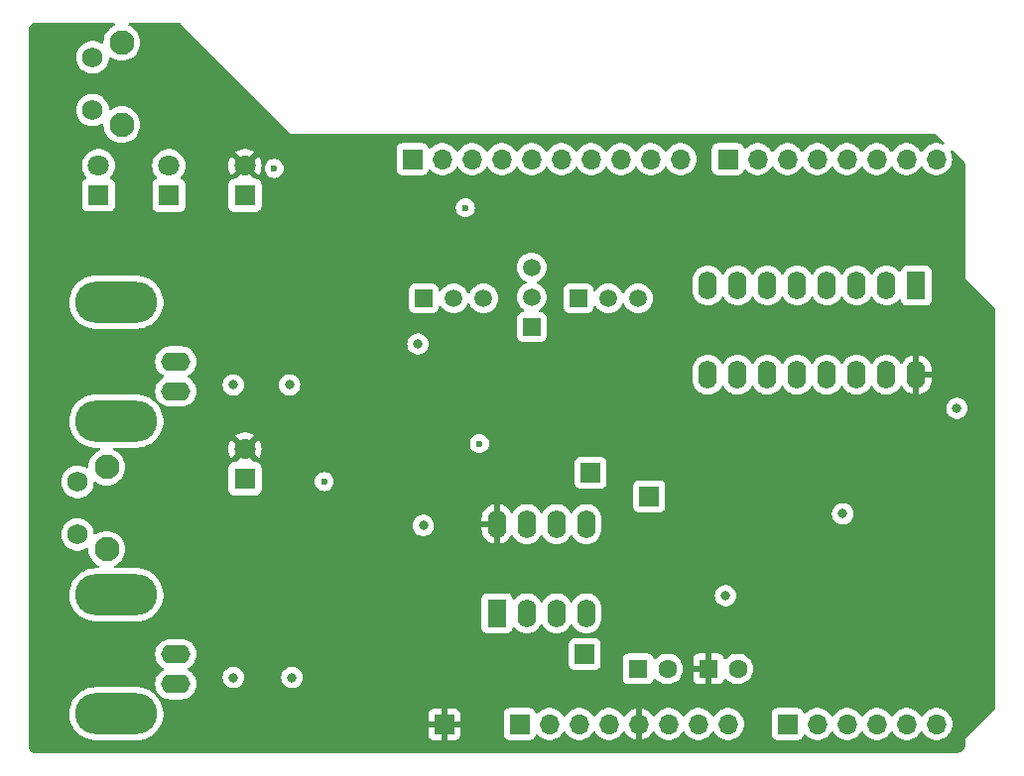
<source format=gbr>
%TF.GenerationSoftware,KiCad,Pcbnew,7.0.2*%
%TF.CreationDate,2023-10-12T23:28:15+02:00*%
%TF.ProjectId,pulse_generator_v2,70756c73-655f-4676-956e-657261746f72,rev?*%
%TF.SameCoordinates,Original*%
%TF.FileFunction,Copper,L3,Inr*%
%TF.FilePolarity,Positive*%
%FSLAX46Y46*%
G04 Gerber Fmt 4.6, Leading zero omitted, Abs format (unit mm)*
G04 Created by KiCad (PCBNEW 7.0.2) date 2023-10-12 23:28:15*
%MOMM*%
%LPD*%
G01*
G04 APERTURE LIST*
%TA.AperFunction,ComponentPad*%
%ADD10R,1.700000X1.700000*%
%TD*%
%TA.AperFunction,ComponentPad*%
%ADD11C,2.100000*%
%TD*%
%TA.AperFunction,ComponentPad*%
%ADD12C,1.750000*%
%TD*%
%TA.AperFunction,ComponentPad*%
%ADD13R,1.800000X1.800000*%
%TD*%
%TA.AperFunction,ComponentPad*%
%ADD14C,1.800000*%
%TD*%
%TA.AperFunction,ComponentPad*%
%ADD15O,2.500000X1.600000*%
%TD*%
%TA.AperFunction,ComponentPad*%
%ADD16O,7.000000X3.500000*%
%TD*%
%TA.AperFunction,ComponentPad*%
%ADD17R,1.600000X1.600000*%
%TD*%
%TA.AperFunction,ComponentPad*%
%ADD18C,1.600000*%
%TD*%
%TA.AperFunction,ComponentPad*%
%ADD19R,1.600000X2.400000*%
%TD*%
%TA.AperFunction,ComponentPad*%
%ADD20O,1.600000X2.400000*%
%TD*%
%TA.AperFunction,ComponentPad*%
%ADD21R,1.500000X1.500000*%
%TD*%
%TA.AperFunction,ComponentPad*%
%ADD22C,1.500000*%
%TD*%
%TA.AperFunction,ComponentPad*%
%ADD23O,1.700000X1.700000*%
%TD*%
%TA.AperFunction,ViaPad*%
%ADD24C,0.600000*%
%TD*%
%TA.AperFunction,ViaPad*%
%ADD25C,0.800000*%
%TD*%
G04 APERTURE END LIST*
D10*
%TO.N,/A2*%
%TO.C,TP2*%
X133500000Y-91500000D03*
%TD*%
D11*
%TO.N,*%
%TO.C,SW1*%
X92702500Y-82525000D03*
X92702500Y-75515000D03*
D12*
%TO.N,GND*%
X90212500Y-81275000D03*
%TO.N,/~{RESET}*%
X90212500Y-76775000D03*
%TD*%
D13*
%TO.N,GND*%
%TO.C,D6*%
X92000000Y-52275000D03*
D14*
%TO.N,Net-(D6-A)*%
X92000000Y-49735000D03*
%TD*%
D13*
%TO.N,GND*%
%TO.C,D3*%
X98000000Y-52300000D03*
D14*
%TO.N,Net-(D3-A)*%
X98000000Y-49760000D03*
%TD*%
D15*
%TO.N,Net-(J5-In)*%
%TO.C,J5*%
X98600000Y-91500000D03*
D16*
%TO.N,Net-(J5-Ext)*%
X93520000Y-96580000D03*
D15*
X98600000Y-94040000D03*
D16*
X93520000Y-86420000D03*
%TD*%
D13*
%TO.N,Net-(D5-K)*%
%TO.C,D5*%
X104500000Y-52300000D03*
D14*
%TO.N,+5V*%
X104500000Y-49760000D03*
%TD*%
D10*
%TO.N,/2*%
%TO.C,TP4*%
X134000000Y-76000000D03*
%TD*%
D17*
%TO.N,+3V3*%
%TO.C,C4*%
X138044888Y-92750000D03*
D18*
%TO.N,GND*%
X140544888Y-92750000D03*
%TD*%
D19*
%TO.N,GND*%
%TO.C,U1*%
X126000000Y-88000000D03*
D20*
%TO.N,/A2*%
X128540000Y-88000000D03*
%TO.N,Net-(J5-In)*%
X131080000Y-88000000D03*
%TO.N,GND*%
X133620000Y-88000000D03*
%TO.N,unconnected-(U1-BAL-Pad5)*%
X133620000Y-80380000D03*
%TO.N,unconnected-(U1-STRB-Pad6)*%
X131080000Y-80380000D03*
%TO.N,/2*%
X128540000Y-80380000D03*
%TO.N,+5V*%
X126000000Y-80380000D03*
%TD*%
D19*
%TO.N,N/C*%
%TO.C,U3*%
X161780000Y-60000000D03*
D20*
X159240000Y-60000000D03*
X156700000Y-60000000D03*
X154160000Y-60000000D03*
%TO.N,/~{RESET}*%
X151620000Y-60000000D03*
%TO.N,Net-(U3B-2~{S})*%
X149080000Y-60000000D03*
%TO.N,ARM*%
X146540000Y-60000000D03*
%TO.N,GND*%
X144000000Y-60000000D03*
%TO.N,N/C*%
X144000000Y-67620000D03*
X146540000Y-67620000D03*
X149080000Y-67620000D03*
X151620000Y-67620000D03*
%TO.N,PULSE*%
X154160000Y-67620000D03*
%TO.N,/2*%
X156700000Y-67620000D03*
%TO.N,/4*%
X159240000Y-67620000D03*
%TO.N,+5V*%
X161780000Y-67620000D03*
%TD*%
D13*
%TO.N,Net-(D4-K)*%
%TO.C,D4*%
X104500000Y-76500000D03*
D14*
%TO.N,+5V*%
X104500000Y-73960000D03*
%TD*%
D17*
%TO.N,+5V*%
%TO.C,C2*%
X144044888Y-92750000D03*
D18*
%TO.N,GND*%
X146544888Y-92750000D03*
%TD*%
D10*
%TO.N,GND*%
%TO.C,TP1*%
X139000000Y-78000000D03*
%TD*%
%TO.N,+5V*%
%TO.C,TP3*%
X121500000Y-97500000D03*
%TD*%
D11*
%TO.N,*%
%TO.C,SW2*%
X93990000Y-46250000D03*
X93990000Y-39240000D03*
D12*
%TO.N,PULSE*%
X91500000Y-45000000D03*
%TO.N,Net-(R14-Pad2)*%
X91500000Y-40500000D03*
%TD*%
D21*
%TO.N,Net-(Q2-B)*%
%TO.C,Q3*%
X132960000Y-61100000D03*
D22*
%TO.N,Net-(Q3-B)*%
X135500000Y-61100000D03*
%TO.N,GND*%
X138040000Y-61100000D03*
%TD*%
D21*
%TO.N,COIL-*%
%TO.C,Q1*%
X119760000Y-61100000D03*
D22*
%TO.N,Net-(Q1-B)*%
X122300000Y-61100000D03*
%TO.N,GND*%
X124840000Y-61100000D03*
%TD*%
D21*
%TO.N,/~{RESET}*%
%TO.C,Q2*%
X128960000Y-63540000D03*
D22*
%TO.N,Net-(Q2-B)*%
X128960000Y-61000000D03*
%TO.N,GND*%
X128960000Y-58460000D03*
%TD*%
D15*
%TO.N,Net-(J6-In)*%
%TO.C,J6*%
X98600000Y-66500000D03*
D16*
%TO.N,Net-(J6-Ext)*%
X93520000Y-71580000D03*
D15*
X98600000Y-69040000D03*
D16*
X93520000Y-61420000D03*
%TD*%
D23*
%TO.N,VCC*%
%TO.C,J1*%
X145720000Y-97460000D03*
%TO.N,GND*%
X143180000Y-97460000D03*
X140640000Y-97460000D03*
%TO.N,+5V*%
X138100000Y-97460000D03*
%TO.N,+3V3*%
X135560000Y-97460000D03*
%TO.N,/~{RESET}*%
X133020000Y-97460000D03*
%TO.N,/IOREF*%
X130480000Y-97460000D03*
D10*
%TO.N,unconnected-(J1-Pin_1-Pad1)*%
X127940000Y-97460000D03*
%TD*%
%TO.N,/A0*%
%TO.C,J3*%
X150800000Y-97460000D03*
D23*
%TO.N,/A1*%
X153340000Y-97460000D03*
%TO.N,/A2*%
X155880000Y-97460000D03*
%TO.N,/A3*%
X158420000Y-97460000D03*
%TO.N,unconnected-(J3-Pin_5-Pad5)*%
X160960000Y-97460000D03*
%TO.N,unconnected-(J3-Pin_6-Pad6)*%
X163500000Y-97460000D03*
%TD*%
D10*
%TO.N,unconnected-(J2-Pin_1-Pad1)*%
%TO.C,J2*%
X118800000Y-49200000D03*
D23*
%TO.N,unconnected-(J2-Pin_2-Pad2)*%
X121340000Y-49200000D03*
%TO.N,/AREF*%
X123880000Y-49200000D03*
%TO.N,GND*%
X126420000Y-49200000D03*
%TO.N,/13*%
X128960000Y-49200000D03*
%TO.N,/12*%
X131500000Y-49200000D03*
%TO.N,/\u002A11*%
X134040000Y-49200000D03*
%TO.N,/\u002A10*%
X136580000Y-49200000D03*
%TO.N,/\u002A9*%
X139120000Y-49200000D03*
%TO.N,/8*%
X141660000Y-49200000D03*
%TD*%
D10*
%TO.N,/7*%
%TO.C,J4*%
X145700000Y-49200000D03*
D23*
%TO.N,/\u002A6*%
X148240000Y-49200000D03*
%TO.N,/\u002A5*%
X150780000Y-49200000D03*
%TO.N,/4*%
X153320000Y-49200000D03*
%TO.N,/\u002A3*%
X155860000Y-49200000D03*
%TO.N,/2*%
X158400000Y-49200000D03*
%TO.N,/TX{slash}1*%
X160940000Y-49200000D03*
%TO.N,/RX{slash}0*%
X163480000Y-49200000D03*
%TD*%
D24*
%TO.N,GND*%
X124500000Y-73500000D03*
X111250000Y-76750000D03*
X123300000Y-53350000D03*
D25*
X108500000Y-93500000D03*
X119715000Y-80500000D03*
X155500000Y-79500000D03*
D24*
X107000000Y-50000000D03*
D25*
X145500000Y-86500000D03*
X108300498Y-68500000D03*
X165240000Y-70500000D03*
D24*
%TO.N,+5V*%
X134500000Y-66000000D03*
X151200000Y-55000000D03*
X124800000Y-66400000D03*
X124500000Y-76000000D03*
D25*
%TO.N,+3V3*%
X119250000Y-65000000D03*
%TO.N,Net-(J5-Ext)*%
X103500000Y-93500000D03*
%TO.N,Net-(J6-Ext)*%
X103500000Y-68500000D03*
%TD*%
%TA.AperFunction,Conductor*%
%TO.N,+5V*%
G36*
X93370578Y-37595502D02*
G01*
X93417071Y-37649158D01*
X93427175Y-37719432D01*
X93397681Y-37784012D01*
X93350676Y-37817909D01*
X93280267Y-37847073D01*
X93210003Y-37890131D01*
X93071104Y-37975248D01*
X93032456Y-38008257D01*
X92884567Y-38134567D01*
X92725249Y-38321103D01*
X92597073Y-38530267D01*
X92503194Y-38756908D01*
X92445927Y-38995442D01*
X92427659Y-39227564D01*
X92402373Y-39293906D01*
X92345235Y-39336045D01*
X92274385Y-39340604D01*
X92242078Y-39328492D01*
X92057649Y-39228684D01*
X91910851Y-39178289D01*
X91840793Y-39154238D01*
X91614640Y-39116500D01*
X91385360Y-39116500D01*
X91159207Y-39154238D01*
X91159204Y-39154238D01*
X91159204Y-39154239D01*
X90942350Y-39228684D01*
X90740704Y-39337808D01*
X90559765Y-39478640D01*
X90404482Y-39647322D01*
X90279079Y-39839266D01*
X90186975Y-40049243D01*
X90130693Y-40271498D01*
X90130692Y-40271503D01*
X90111758Y-40500000D01*
X90130692Y-40728497D01*
X90130692Y-40728500D01*
X90130693Y-40728501D01*
X90186975Y-40950756D01*
X90279079Y-41160733D01*
X90404482Y-41352677D01*
X90559765Y-41521359D01*
X90559769Y-41521363D01*
X90644800Y-41587545D01*
X90740704Y-41662191D01*
X90942349Y-41771315D01*
X90942350Y-41771315D01*
X91159207Y-41845762D01*
X91385360Y-41883500D01*
X91385363Y-41883500D01*
X91614637Y-41883500D01*
X91614640Y-41883500D01*
X91840793Y-41845762D01*
X92057650Y-41771315D01*
X92166773Y-41712260D01*
X92259295Y-41662191D01*
X92280553Y-41645644D01*
X92440231Y-41521363D01*
X92595518Y-41352676D01*
X92720922Y-41160730D01*
X92813023Y-40950761D01*
X92869308Y-40728497D01*
X92879803Y-40601838D01*
X92905361Y-40535606D01*
X92962673Y-40493702D01*
X93033541Y-40489436D01*
X93071201Y-40504811D01*
X93280268Y-40632927D01*
X93506908Y-40726805D01*
X93745443Y-40784072D01*
X93990000Y-40803319D01*
X94234557Y-40784072D01*
X94473092Y-40726805D01*
X94699732Y-40632927D01*
X94908896Y-40504752D01*
X95095433Y-40345433D01*
X95254752Y-40158896D01*
X95382927Y-39949732D01*
X95476805Y-39723092D01*
X95534072Y-39484557D01*
X95553319Y-39240000D01*
X95534072Y-38995443D01*
X95476805Y-38756908D01*
X95382927Y-38530268D01*
X95254752Y-38321104D01*
X95095433Y-38134567D01*
X94908896Y-37975248D01*
X94699732Y-37847073D01*
X94629323Y-37817908D01*
X94574044Y-37773360D01*
X94551623Y-37705997D01*
X94569182Y-37637205D01*
X94621144Y-37588827D01*
X94677543Y-37575500D01*
X98916537Y-37575500D01*
X98984658Y-37595502D01*
X99005632Y-37612405D01*
X108414617Y-47021390D01*
X108426515Y-47036896D01*
X108444734Y-47052184D01*
X108452835Y-47059609D01*
X108461660Y-47068434D01*
X108471789Y-47074887D01*
X108472520Y-47075500D01*
X108472522Y-47075500D01*
X108482462Y-47079118D01*
X108492996Y-47080040D01*
X108492997Y-47080039D01*
X108492998Y-47080040D01*
X108493917Y-47079793D01*
X108526529Y-47075500D01*
X163417470Y-47075500D01*
X163485591Y-47095502D01*
X163505856Y-47111700D01*
X164141615Y-47737447D01*
X164176133Y-47799487D01*
X164171630Y-47870341D01*
X164129536Y-47927513D01*
X164063215Y-47952851D01*
X164012317Y-47946420D01*
X163921022Y-47915078D01*
X163814635Y-47878556D01*
X163592569Y-47841500D01*
X163367431Y-47841500D01*
X163145365Y-47878556D01*
X163145362Y-47878556D01*
X163145362Y-47878557D01*
X162932426Y-47951657D01*
X162734421Y-48058812D01*
X162556762Y-48197091D01*
X162404278Y-48362731D01*
X162315483Y-48498643D01*
X162261479Y-48544731D01*
X162191131Y-48554306D01*
X162126774Y-48524328D01*
X162104517Y-48498643D01*
X162015721Y-48362731D01*
X161955945Y-48297798D01*
X161863240Y-48197094D01*
X161863239Y-48197093D01*
X161863237Y-48197091D01*
X161685578Y-48058812D01*
X161487573Y-47951657D01*
X161334510Y-47899111D01*
X161274635Y-47878556D01*
X161052569Y-47841500D01*
X160827431Y-47841500D01*
X160605365Y-47878556D01*
X160605362Y-47878556D01*
X160605362Y-47878557D01*
X160392426Y-47951657D01*
X160194421Y-48058812D01*
X160016762Y-48197091D01*
X159864278Y-48362731D01*
X159775483Y-48498643D01*
X159721479Y-48544731D01*
X159651131Y-48554306D01*
X159586774Y-48524328D01*
X159564517Y-48498643D01*
X159475721Y-48362731D01*
X159415945Y-48297798D01*
X159323240Y-48197094D01*
X159323239Y-48197093D01*
X159323237Y-48197091D01*
X159145578Y-48058812D01*
X158947573Y-47951657D01*
X158794510Y-47899111D01*
X158734635Y-47878556D01*
X158512569Y-47841500D01*
X158287431Y-47841500D01*
X158065365Y-47878556D01*
X158065362Y-47878556D01*
X158065362Y-47878557D01*
X157852426Y-47951657D01*
X157654421Y-48058812D01*
X157476762Y-48197091D01*
X157324278Y-48362731D01*
X157235483Y-48498643D01*
X157181479Y-48544731D01*
X157111131Y-48554306D01*
X157046774Y-48524328D01*
X157024517Y-48498643D01*
X156935721Y-48362731D01*
X156875945Y-48297798D01*
X156783240Y-48197094D01*
X156783239Y-48197093D01*
X156783237Y-48197091D01*
X156605578Y-48058812D01*
X156407573Y-47951657D01*
X156254510Y-47899111D01*
X156194635Y-47878556D01*
X155972569Y-47841500D01*
X155747431Y-47841500D01*
X155525365Y-47878556D01*
X155525362Y-47878556D01*
X155525362Y-47878557D01*
X155312426Y-47951657D01*
X155114421Y-48058812D01*
X154936762Y-48197091D01*
X154784278Y-48362731D01*
X154695483Y-48498643D01*
X154641479Y-48544731D01*
X154571131Y-48554306D01*
X154506774Y-48524328D01*
X154484517Y-48498643D01*
X154395721Y-48362731D01*
X154335945Y-48297798D01*
X154243240Y-48197094D01*
X154243239Y-48197093D01*
X154243237Y-48197091D01*
X154065578Y-48058812D01*
X153867573Y-47951657D01*
X153714510Y-47899111D01*
X153654635Y-47878556D01*
X153432569Y-47841500D01*
X153207431Y-47841500D01*
X152985365Y-47878556D01*
X152985362Y-47878556D01*
X152985362Y-47878557D01*
X152772426Y-47951657D01*
X152574421Y-48058812D01*
X152396762Y-48197091D01*
X152244278Y-48362731D01*
X152155483Y-48498643D01*
X152101479Y-48544731D01*
X152031131Y-48554306D01*
X151966774Y-48524328D01*
X151944517Y-48498643D01*
X151855721Y-48362731D01*
X151795945Y-48297798D01*
X151703240Y-48197094D01*
X151703239Y-48197093D01*
X151703237Y-48197091D01*
X151525578Y-48058812D01*
X151327573Y-47951657D01*
X151174510Y-47899111D01*
X151114635Y-47878556D01*
X150892569Y-47841500D01*
X150667431Y-47841500D01*
X150445365Y-47878556D01*
X150445362Y-47878556D01*
X150445362Y-47878557D01*
X150232426Y-47951657D01*
X150034421Y-48058812D01*
X149856762Y-48197091D01*
X149704278Y-48362731D01*
X149615483Y-48498643D01*
X149561479Y-48544731D01*
X149491131Y-48554306D01*
X149426774Y-48524328D01*
X149404517Y-48498643D01*
X149315721Y-48362731D01*
X149255945Y-48297798D01*
X149163240Y-48197094D01*
X149163239Y-48197093D01*
X149163237Y-48197091D01*
X148985578Y-48058812D01*
X148787573Y-47951657D01*
X148634510Y-47899111D01*
X148574635Y-47878556D01*
X148352569Y-47841500D01*
X148127431Y-47841500D01*
X147905365Y-47878556D01*
X147905362Y-47878556D01*
X147905362Y-47878557D01*
X147692426Y-47951657D01*
X147494421Y-48058812D01*
X147316758Y-48197094D01*
X147255754Y-48263362D01*
X147194901Y-48299933D01*
X147123937Y-48297798D01*
X147065392Y-48257636D01*
X147044998Y-48222056D01*
X147035688Y-48197094D01*
X147000889Y-48103796D01*
X147000888Y-48103794D01*
X146913261Y-47986738D01*
X146796205Y-47899111D01*
X146719069Y-47870341D01*
X146659201Y-47848011D01*
X146598638Y-47841500D01*
X144801362Y-47841500D01*
X144798013Y-47841859D01*
X144798013Y-47841860D01*
X144740799Y-47848011D01*
X144603794Y-47899111D01*
X144486738Y-47986738D01*
X144399111Y-48103794D01*
X144364313Y-48197091D01*
X144348011Y-48240799D01*
X144341500Y-48301362D01*
X144341500Y-50098638D01*
X144348011Y-50159201D01*
X144356159Y-50181047D01*
X144399111Y-50296205D01*
X144486738Y-50413261D01*
X144603794Y-50500888D01*
X144603795Y-50500888D01*
X144603796Y-50500889D01*
X144740799Y-50551989D01*
X144801362Y-50558500D01*
X144804731Y-50558500D01*
X146595269Y-50558500D01*
X146598638Y-50558500D01*
X146659201Y-50551989D01*
X146796204Y-50500889D01*
X146913261Y-50413261D01*
X147000889Y-50296204D01*
X147044999Y-50177941D01*
X147087545Y-50121107D01*
X147154065Y-50096296D01*
X147223439Y-50111387D01*
X147255753Y-50136635D01*
X147293780Y-50177943D01*
X147316762Y-50202908D01*
X147436629Y-50296205D01*
X147494424Y-50341189D01*
X147692426Y-50448342D01*
X147905365Y-50521444D01*
X148127431Y-50558500D01*
X148127434Y-50558500D01*
X148352566Y-50558500D01*
X148352569Y-50558500D01*
X148574635Y-50521444D01*
X148787574Y-50448342D01*
X148985576Y-50341189D01*
X149163240Y-50202906D01*
X149315722Y-50037268D01*
X149404518Y-49901354D01*
X149458521Y-49855268D01*
X149528869Y-49845693D01*
X149593226Y-49875670D01*
X149615480Y-49901353D01*
X149704278Y-50037268D01*
X149816525Y-50159200D01*
X149856762Y-50202908D01*
X149976629Y-50296205D01*
X150034424Y-50341189D01*
X150232426Y-50448342D01*
X150445365Y-50521444D01*
X150667431Y-50558500D01*
X150667434Y-50558500D01*
X150892566Y-50558500D01*
X150892569Y-50558500D01*
X151114635Y-50521444D01*
X151327574Y-50448342D01*
X151525576Y-50341189D01*
X151703240Y-50202906D01*
X151855722Y-50037268D01*
X151944518Y-49901354D01*
X151998521Y-49855268D01*
X152068869Y-49845693D01*
X152133226Y-49875670D01*
X152155480Y-49901353D01*
X152244278Y-50037268D01*
X152356525Y-50159200D01*
X152396762Y-50202908D01*
X152516629Y-50296205D01*
X152574424Y-50341189D01*
X152772426Y-50448342D01*
X152985365Y-50521444D01*
X153207431Y-50558500D01*
X153207434Y-50558500D01*
X153432566Y-50558500D01*
X153432569Y-50558500D01*
X153654635Y-50521444D01*
X153867574Y-50448342D01*
X154065576Y-50341189D01*
X154243240Y-50202906D01*
X154395722Y-50037268D01*
X154484518Y-49901354D01*
X154538521Y-49855268D01*
X154608869Y-49845693D01*
X154673226Y-49875670D01*
X154695480Y-49901353D01*
X154784278Y-50037268D01*
X154896525Y-50159200D01*
X154936762Y-50202908D01*
X155056629Y-50296205D01*
X155114424Y-50341189D01*
X155312426Y-50448342D01*
X155525365Y-50521444D01*
X155747431Y-50558500D01*
X155747434Y-50558500D01*
X155972566Y-50558500D01*
X155972569Y-50558500D01*
X156194635Y-50521444D01*
X156407574Y-50448342D01*
X156605576Y-50341189D01*
X156783240Y-50202906D01*
X156935722Y-50037268D01*
X157024518Y-49901354D01*
X157078521Y-49855268D01*
X157148869Y-49845693D01*
X157213226Y-49875670D01*
X157235480Y-49901353D01*
X157324278Y-50037268D01*
X157436525Y-50159200D01*
X157476762Y-50202908D01*
X157596629Y-50296205D01*
X157654424Y-50341189D01*
X157852426Y-50448342D01*
X158065365Y-50521444D01*
X158287431Y-50558500D01*
X158287434Y-50558500D01*
X158512566Y-50558500D01*
X158512569Y-50558500D01*
X158734635Y-50521444D01*
X158947574Y-50448342D01*
X159145576Y-50341189D01*
X159323240Y-50202906D01*
X159475722Y-50037268D01*
X159564518Y-49901354D01*
X159618521Y-49855268D01*
X159688869Y-49845693D01*
X159753226Y-49875670D01*
X159775480Y-49901353D01*
X159864278Y-50037268D01*
X159976525Y-50159200D01*
X160016762Y-50202908D01*
X160136629Y-50296205D01*
X160194424Y-50341189D01*
X160392426Y-50448342D01*
X160605365Y-50521444D01*
X160827431Y-50558500D01*
X160827434Y-50558500D01*
X161052566Y-50558500D01*
X161052569Y-50558500D01*
X161274635Y-50521444D01*
X161487574Y-50448342D01*
X161685576Y-50341189D01*
X161863240Y-50202906D01*
X162015722Y-50037268D01*
X162104518Y-49901354D01*
X162158521Y-49855268D01*
X162228869Y-49845693D01*
X162293226Y-49875670D01*
X162315480Y-49901353D01*
X162404278Y-50037268D01*
X162516525Y-50159200D01*
X162556762Y-50202908D01*
X162676629Y-50296205D01*
X162734424Y-50341189D01*
X162932426Y-50448342D01*
X163145365Y-50521444D01*
X163367431Y-50558500D01*
X163367434Y-50558500D01*
X163592566Y-50558500D01*
X163592569Y-50558500D01*
X163814635Y-50521444D01*
X164027574Y-50448342D01*
X164225576Y-50341189D01*
X164403240Y-50202906D01*
X164555722Y-50037268D01*
X164678860Y-49848791D01*
X164769296Y-49642616D01*
X164824564Y-49424368D01*
X164843156Y-49200000D01*
X164824564Y-48975632D01*
X164769296Y-48757384D01*
X164722083Y-48649750D01*
X164713038Y-48579334D01*
X164743499Y-48515204D01*
X164803795Y-48477723D01*
X164874784Y-48478790D01*
X164925858Y-48509339D01*
X165924970Y-49492717D01*
X165926886Y-49494602D01*
X165961404Y-49556642D01*
X165964500Y-49584402D01*
X165964500Y-59314756D01*
X165961949Y-59334133D01*
X165964021Y-59357817D01*
X165964500Y-59368795D01*
X165964500Y-59381274D01*
X165967098Y-59392995D01*
X165967162Y-59393730D01*
X165967182Y-59393957D01*
X165971652Y-59403541D01*
X165978451Y-59411644D01*
X165978452Y-59411645D01*
X165979243Y-59412102D01*
X165979273Y-59412119D01*
X166005372Y-59432145D01*
X168467595Y-61894368D01*
X168501621Y-61956680D01*
X168504500Y-61983463D01*
X168504500Y-96106535D01*
X168484498Y-96174656D01*
X168467595Y-96195630D01*
X166018604Y-98644620D01*
X166003099Y-98656518D01*
X165987820Y-98674726D01*
X165980411Y-98682813D01*
X165971572Y-98691653D01*
X165965122Y-98701777D01*
X165964500Y-98702518D01*
X165960882Y-98712458D01*
X165959960Y-98722997D01*
X165960206Y-98723915D01*
X165964500Y-98756530D01*
X165964500Y-99231812D01*
X165963893Y-99244163D01*
X165952525Y-99359581D01*
X165947706Y-99383807D01*
X165915845Y-99488836D01*
X165906393Y-99511654D01*
X165854652Y-99608456D01*
X165840929Y-99628995D01*
X165771301Y-99713836D01*
X165753836Y-99731301D01*
X165668995Y-99800929D01*
X165648456Y-99814652D01*
X165551654Y-99866393D01*
X165528836Y-99875845D01*
X165423807Y-99907706D01*
X165399581Y-99912525D01*
X165315677Y-99920789D01*
X165284161Y-99923893D01*
X165271813Y-99924500D01*
X86508257Y-99924500D01*
X86491811Y-99923422D01*
X86406579Y-99912201D01*
X86374806Y-99903687D01*
X86303074Y-99873974D01*
X86274589Y-99857529D01*
X86212993Y-99810265D01*
X86189734Y-99787006D01*
X86142470Y-99725410D01*
X86126025Y-99696925D01*
X86096312Y-99625193D01*
X86087798Y-99593419D01*
X86076578Y-99508187D01*
X86075500Y-99491742D01*
X86075500Y-96655637D01*
X89507709Y-96655637D01*
X89508129Y-96659821D01*
X89508130Y-96659822D01*
X89537553Y-96952297D01*
X89537554Y-96952305D01*
X89537976Y-96956496D01*
X89538952Y-96960594D01*
X89538953Y-96960596D01*
X89607095Y-97246535D01*
X89607097Y-97246544D01*
X89608073Y-97250636D01*
X89609585Y-97254563D01*
X89609588Y-97254571D01*
X89688708Y-97460000D01*
X89716750Y-97532809D01*
X89718771Y-97536498D01*
X89718774Y-97536503D01*
X89858131Y-97790798D01*
X89862067Y-97797979D01*
X89864560Y-97801363D01*
X89864561Y-97801364D01*
X89956325Y-97925908D01*
X90041431Y-98041414D01*
X90044348Y-98044430D01*
X90044353Y-98044436D01*
X90146822Y-98150387D01*
X90251642Y-98258770D01*
X90300003Y-98296960D01*
X90485646Y-98443562D01*
X90485651Y-98443565D01*
X90488948Y-98446169D01*
X90749114Y-98600265D01*
X91027498Y-98718310D01*
X91319132Y-98798197D01*
X91618811Y-98838500D01*
X91623027Y-98838500D01*
X95343403Y-98838500D01*
X95345511Y-98838500D01*
X95571702Y-98823358D01*
X95868021Y-98763129D01*
X96153668Y-98663942D01*
X96423545Y-98527566D01*
X96616338Y-98395222D01*
X120142000Y-98395222D01*
X120142359Y-98401936D01*
X120148505Y-98459093D01*
X120199554Y-98595962D01*
X120287095Y-98712904D01*
X120404037Y-98800445D01*
X120540906Y-98851494D01*
X120598063Y-98857640D01*
X120604777Y-98858000D01*
X121246000Y-98858000D01*
X121246000Y-97933674D01*
X121357685Y-97984680D01*
X121464237Y-98000000D01*
X121535763Y-98000000D01*
X121642315Y-97984680D01*
X121754000Y-97933674D01*
X121754000Y-98858000D01*
X122395223Y-98858000D01*
X122401936Y-98857640D01*
X122459093Y-98851494D01*
X122595962Y-98800445D01*
X122712904Y-98712904D01*
X122800445Y-98595962D01*
X122851494Y-98459093D01*
X122857640Y-98401936D01*
X122858000Y-98395222D01*
X122858000Y-98358638D01*
X126581500Y-98358638D01*
X126588011Y-98419201D01*
X126598070Y-98446169D01*
X126639111Y-98556205D01*
X126726738Y-98673261D01*
X126843794Y-98760888D01*
X126843795Y-98760888D01*
X126843796Y-98760889D01*
X126980799Y-98811989D01*
X127041362Y-98818500D01*
X127044731Y-98818500D01*
X128835269Y-98818500D01*
X128838638Y-98818500D01*
X128899201Y-98811989D01*
X129036204Y-98760889D01*
X129153261Y-98673261D01*
X129240889Y-98556204D01*
X129284999Y-98437941D01*
X129327545Y-98381107D01*
X129394065Y-98356296D01*
X129463439Y-98371387D01*
X129495753Y-98396635D01*
X129543325Y-98448312D01*
X129556762Y-98462908D01*
X129734421Y-98601187D01*
X129734424Y-98601189D01*
X129932426Y-98708342D01*
X130145365Y-98781444D01*
X130367431Y-98818500D01*
X130367434Y-98818500D01*
X130592566Y-98818500D01*
X130592569Y-98818500D01*
X130814635Y-98781444D01*
X131027574Y-98708342D01*
X131225576Y-98601189D01*
X131403240Y-98462906D01*
X131555722Y-98297268D01*
X131644518Y-98161354D01*
X131698521Y-98115268D01*
X131768869Y-98105693D01*
X131833226Y-98135670D01*
X131855480Y-98161353D01*
X131944278Y-98297268D01*
X132078952Y-98443562D01*
X132096762Y-98462908D01*
X132274421Y-98601187D01*
X132274424Y-98601189D01*
X132472426Y-98708342D01*
X132685365Y-98781444D01*
X132907431Y-98818500D01*
X132907434Y-98818500D01*
X133132566Y-98818500D01*
X133132569Y-98818500D01*
X133354635Y-98781444D01*
X133567574Y-98708342D01*
X133765576Y-98601189D01*
X133943240Y-98462906D01*
X134095722Y-98297268D01*
X134184518Y-98161354D01*
X134238521Y-98115268D01*
X134308869Y-98105693D01*
X134373226Y-98135670D01*
X134395480Y-98161353D01*
X134484278Y-98297268D01*
X134618952Y-98443562D01*
X134636762Y-98462908D01*
X134814421Y-98601187D01*
X134814424Y-98601189D01*
X135012426Y-98708342D01*
X135225365Y-98781444D01*
X135447431Y-98818500D01*
X135447434Y-98818500D01*
X135672566Y-98818500D01*
X135672569Y-98818500D01*
X135894635Y-98781444D01*
X136107574Y-98708342D01*
X136305576Y-98601189D01*
X136483240Y-98462906D01*
X136635722Y-98297268D01*
X136724817Y-98160896D01*
X136778819Y-98114809D01*
X136849167Y-98105234D01*
X136913524Y-98135211D01*
X136935782Y-98160897D01*
X137024678Y-98296962D01*
X137177096Y-98462533D01*
X137354697Y-98600766D01*
X137552631Y-98707883D01*
X137765485Y-98780955D01*
X137846000Y-98794391D01*
X137846000Y-97893674D01*
X137957685Y-97944680D01*
X138064237Y-97960000D01*
X138135763Y-97960000D01*
X138242315Y-97944680D01*
X138354000Y-97893674D01*
X138354000Y-98794390D01*
X138434514Y-98780955D01*
X138647368Y-98707883D01*
X138845302Y-98600766D01*
X139022903Y-98462533D01*
X139175323Y-98296960D01*
X139264217Y-98160899D01*
X139318220Y-98114810D01*
X139388568Y-98105235D01*
X139452926Y-98135212D01*
X139475183Y-98160898D01*
X139564278Y-98297268D01*
X139698952Y-98443562D01*
X139716762Y-98462908D01*
X139894421Y-98601187D01*
X139894424Y-98601189D01*
X140092426Y-98708342D01*
X140305365Y-98781444D01*
X140527431Y-98818500D01*
X140527434Y-98818500D01*
X140752566Y-98818500D01*
X140752569Y-98818500D01*
X140974635Y-98781444D01*
X141187574Y-98708342D01*
X141385576Y-98601189D01*
X141563240Y-98462906D01*
X141715722Y-98297268D01*
X141804518Y-98161354D01*
X141858521Y-98115268D01*
X141928869Y-98105693D01*
X141993226Y-98135670D01*
X142015480Y-98161353D01*
X142104278Y-98297268D01*
X142238952Y-98443562D01*
X142256762Y-98462908D01*
X142434421Y-98601187D01*
X142434424Y-98601189D01*
X142632426Y-98708342D01*
X142845365Y-98781444D01*
X143067431Y-98818500D01*
X143067434Y-98818500D01*
X143292566Y-98818500D01*
X143292569Y-98818500D01*
X143514635Y-98781444D01*
X143727574Y-98708342D01*
X143925576Y-98601189D01*
X144103240Y-98462906D01*
X144255722Y-98297268D01*
X144344518Y-98161354D01*
X144398521Y-98115268D01*
X144468869Y-98105693D01*
X144533226Y-98135670D01*
X144555480Y-98161353D01*
X144644278Y-98297268D01*
X144778952Y-98443562D01*
X144796762Y-98462908D01*
X144974421Y-98601187D01*
X144974424Y-98601189D01*
X145172426Y-98708342D01*
X145385365Y-98781444D01*
X145607431Y-98818500D01*
X145607434Y-98818500D01*
X145832566Y-98818500D01*
X145832569Y-98818500D01*
X146054635Y-98781444D01*
X146267574Y-98708342D01*
X146465576Y-98601189D01*
X146643240Y-98462906D01*
X146739226Y-98358638D01*
X149441500Y-98358638D01*
X149448011Y-98419201D01*
X149458070Y-98446169D01*
X149499111Y-98556205D01*
X149586738Y-98673261D01*
X149703794Y-98760888D01*
X149703795Y-98760888D01*
X149703796Y-98760889D01*
X149840799Y-98811989D01*
X149901362Y-98818500D01*
X149904731Y-98818500D01*
X151695269Y-98818500D01*
X151698638Y-98818500D01*
X151759201Y-98811989D01*
X151896204Y-98760889D01*
X152013261Y-98673261D01*
X152100889Y-98556204D01*
X152144999Y-98437941D01*
X152187545Y-98381107D01*
X152254065Y-98356296D01*
X152323439Y-98371387D01*
X152355753Y-98396635D01*
X152403325Y-98448312D01*
X152416762Y-98462908D01*
X152594421Y-98601187D01*
X152594424Y-98601189D01*
X152792426Y-98708342D01*
X153005365Y-98781444D01*
X153227431Y-98818500D01*
X153227434Y-98818500D01*
X153452566Y-98818500D01*
X153452569Y-98818500D01*
X153674635Y-98781444D01*
X153887574Y-98708342D01*
X154085576Y-98601189D01*
X154263240Y-98462906D01*
X154415722Y-98297268D01*
X154504518Y-98161354D01*
X154558521Y-98115268D01*
X154628869Y-98105693D01*
X154693226Y-98135670D01*
X154715480Y-98161353D01*
X154804278Y-98297268D01*
X154938952Y-98443562D01*
X154956762Y-98462908D01*
X155134421Y-98601187D01*
X155134424Y-98601189D01*
X155332426Y-98708342D01*
X155545365Y-98781444D01*
X155767431Y-98818500D01*
X155767434Y-98818500D01*
X155992566Y-98818500D01*
X155992569Y-98818500D01*
X156214635Y-98781444D01*
X156427574Y-98708342D01*
X156625576Y-98601189D01*
X156803240Y-98462906D01*
X156955722Y-98297268D01*
X157044518Y-98161354D01*
X157098521Y-98115268D01*
X157168869Y-98105693D01*
X157233226Y-98135670D01*
X157255480Y-98161353D01*
X157344278Y-98297268D01*
X157478952Y-98443562D01*
X157496762Y-98462908D01*
X157674421Y-98601187D01*
X157674424Y-98601189D01*
X157872426Y-98708342D01*
X158085365Y-98781444D01*
X158307431Y-98818500D01*
X158307434Y-98818500D01*
X158532566Y-98818500D01*
X158532569Y-98818500D01*
X158754635Y-98781444D01*
X158967574Y-98708342D01*
X159165576Y-98601189D01*
X159343240Y-98462906D01*
X159495722Y-98297268D01*
X159584518Y-98161354D01*
X159638521Y-98115268D01*
X159708869Y-98105693D01*
X159773226Y-98135670D01*
X159795480Y-98161353D01*
X159884278Y-98297268D01*
X160018952Y-98443562D01*
X160036762Y-98462908D01*
X160214421Y-98601187D01*
X160214424Y-98601189D01*
X160412426Y-98708342D01*
X160625365Y-98781444D01*
X160847431Y-98818500D01*
X160847434Y-98818500D01*
X161072566Y-98818500D01*
X161072569Y-98818500D01*
X161294635Y-98781444D01*
X161507574Y-98708342D01*
X161705576Y-98601189D01*
X161883240Y-98462906D01*
X162035722Y-98297268D01*
X162124518Y-98161354D01*
X162178521Y-98115268D01*
X162248869Y-98105693D01*
X162313226Y-98135670D01*
X162335480Y-98161353D01*
X162424278Y-98297268D01*
X162558952Y-98443562D01*
X162576762Y-98462908D01*
X162754421Y-98601187D01*
X162754424Y-98601189D01*
X162952426Y-98708342D01*
X163165365Y-98781444D01*
X163387431Y-98818500D01*
X163387434Y-98818500D01*
X163612566Y-98818500D01*
X163612569Y-98818500D01*
X163834635Y-98781444D01*
X164047574Y-98708342D01*
X164245576Y-98601189D01*
X164423240Y-98462906D01*
X164575722Y-98297268D01*
X164698860Y-98108791D01*
X164789296Y-97902616D01*
X164844564Y-97684368D01*
X164863156Y-97460000D01*
X164844564Y-97235632D01*
X164789296Y-97017384D01*
X164698860Y-96811209D01*
X164575722Y-96622732D01*
X164423240Y-96457094D01*
X164423239Y-96457093D01*
X164423237Y-96457091D01*
X164245578Y-96318812D01*
X164047573Y-96211657D01*
X163863615Y-96148505D01*
X163834635Y-96138556D01*
X163612569Y-96101500D01*
X163387431Y-96101500D01*
X163165365Y-96138556D01*
X163165362Y-96138556D01*
X163165362Y-96138557D01*
X162952426Y-96211657D01*
X162754421Y-96318812D01*
X162576762Y-96457091D01*
X162424278Y-96622731D01*
X162335483Y-96758643D01*
X162281479Y-96804731D01*
X162211131Y-96814306D01*
X162146774Y-96784328D01*
X162124517Y-96758643D01*
X162035721Y-96622731D01*
X161960395Y-96540906D01*
X161883240Y-96457094D01*
X161883239Y-96457093D01*
X161883237Y-96457091D01*
X161705578Y-96318812D01*
X161507573Y-96211657D01*
X161323615Y-96148505D01*
X161294635Y-96138556D01*
X161072569Y-96101500D01*
X160847431Y-96101500D01*
X160625365Y-96138556D01*
X160625362Y-96138556D01*
X160625362Y-96138557D01*
X160412426Y-96211657D01*
X160214421Y-96318812D01*
X160036762Y-96457091D01*
X159884278Y-96622731D01*
X159795483Y-96758643D01*
X159741479Y-96804731D01*
X159671131Y-96814306D01*
X159606774Y-96784328D01*
X159584517Y-96758643D01*
X159495721Y-96622731D01*
X159420395Y-96540906D01*
X159343240Y-96457094D01*
X159343239Y-96457093D01*
X159343237Y-96457091D01*
X159165578Y-96318812D01*
X158967573Y-96211657D01*
X158783615Y-96148505D01*
X158754635Y-96138556D01*
X158532569Y-96101500D01*
X158307431Y-96101500D01*
X158085365Y-96138556D01*
X158085362Y-96138556D01*
X158085362Y-96138557D01*
X157872426Y-96211657D01*
X157674421Y-96318812D01*
X157496762Y-96457091D01*
X157344278Y-96622731D01*
X157255483Y-96758643D01*
X157201479Y-96804731D01*
X157131131Y-96814306D01*
X157066774Y-96784328D01*
X157044517Y-96758643D01*
X156955721Y-96622731D01*
X156880395Y-96540906D01*
X156803240Y-96457094D01*
X156803239Y-96457093D01*
X156803237Y-96457091D01*
X156625578Y-96318812D01*
X156427573Y-96211657D01*
X156243615Y-96148505D01*
X156214635Y-96138556D01*
X155992569Y-96101500D01*
X155767431Y-96101500D01*
X155545365Y-96138556D01*
X155545362Y-96138556D01*
X155545362Y-96138557D01*
X155332426Y-96211657D01*
X155134421Y-96318812D01*
X154956762Y-96457091D01*
X154804278Y-96622731D01*
X154715483Y-96758643D01*
X154661479Y-96804731D01*
X154591131Y-96814306D01*
X154526774Y-96784328D01*
X154504517Y-96758643D01*
X154415721Y-96622731D01*
X154340395Y-96540906D01*
X154263240Y-96457094D01*
X154263239Y-96457093D01*
X154263237Y-96457091D01*
X154085578Y-96318812D01*
X153887573Y-96211657D01*
X153703615Y-96148505D01*
X153674635Y-96138556D01*
X153452569Y-96101500D01*
X153227431Y-96101500D01*
X153005365Y-96138556D01*
X153005362Y-96138556D01*
X153005362Y-96138557D01*
X152792426Y-96211657D01*
X152594421Y-96318812D01*
X152416758Y-96457094D01*
X152355754Y-96523362D01*
X152294901Y-96559933D01*
X152223937Y-96557798D01*
X152165392Y-96517636D01*
X152144998Y-96482056D01*
X152135688Y-96457094D01*
X152100889Y-96363796D01*
X152100888Y-96363794D01*
X152013261Y-96246738D01*
X151896205Y-96159111D01*
X151806377Y-96125607D01*
X151759201Y-96108011D01*
X151698638Y-96101500D01*
X149901362Y-96101500D01*
X149898013Y-96101859D01*
X149898013Y-96101860D01*
X149840799Y-96108011D01*
X149703794Y-96159111D01*
X149586738Y-96246738D01*
X149499111Y-96363794D01*
X149455002Y-96482056D01*
X149448011Y-96500799D01*
X149441500Y-96561362D01*
X149441500Y-98358638D01*
X146739226Y-98358638D01*
X146795722Y-98297268D01*
X146918860Y-98108791D01*
X147009296Y-97902616D01*
X147064564Y-97684368D01*
X147083156Y-97460000D01*
X147064564Y-97235632D01*
X147009296Y-97017384D01*
X146918860Y-96811209D01*
X146795722Y-96622732D01*
X146643240Y-96457094D01*
X146643239Y-96457093D01*
X146643237Y-96457091D01*
X146465578Y-96318812D01*
X146267573Y-96211657D01*
X146083615Y-96148505D01*
X146054635Y-96138556D01*
X145832569Y-96101500D01*
X145607431Y-96101500D01*
X145385365Y-96138556D01*
X145385362Y-96138556D01*
X145385362Y-96138557D01*
X145172426Y-96211657D01*
X144974421Y-96318812D01*
X144796762Y-96457091D01*
X144644278Y-96622731D01*
X144555483Y-96758643D01*
X144501479Y-96804731D01*
X144431131Y-96814306D01*
X144366774Y-96784328D01*
X144344517Y-96758643D01*
X144255721Y-96622731D01*
X144180395Y-96540906D01*
X144103240Y-96457094D01*
X144103239Y-96457093D01*
X144103237Y-96457091D01*
X143925578Y-96318812D01*
X143727573Y-96211657D01*
X143543615Y-96148505D01*
X143514635Y-96138556D01*
X143292569Y-96101500D01*
X143067431Y-96101500D01*
X142845365Y-96138556D01*
X142845362Y-96138556D01*
X142845362Y-96138557D01*
X142632426Y-96211657D01*
X142434421Y-96318812D01*
X142256762Y-96457091D01*
X142104278Y-96622731D01*
X142015483Y-96758643D01*
X141961479Y-96804731D01*
X141891131Y-96814306D01*
X141826774Y-96784328D01*
X141804517Y-96758643D01*
X141715721Y-96622731D01*
X141640395Y-96540906D01*
X141563240Y-96457094D01*
X141563239Y-96457093D01*
X141563237Y-96457091D01*
X141385578Y-96318812D01*
X141187573Y-96211657D01*
X141003615Y-96148505D01*
X140974635Y-96138556D01*
X140752569Y-96101500D01*
X140527431Y-96101500D01*
X140305365Y-96138556D01*
X140305362Y-96138556D01*
X140305362Y-96138557D01*
X140092426Y-96211657D01*
X139894421Y-96318812D01*
X139716762Y-96457091D01*
X139564275Y-96622735D01*
X139475182Y-96759101D01*
X139421179Y-96805189D01*
X139350831Y-96814764D01*
X139286473Y-96784786D01*
X139264217Y-96759101D01*
X139175321Y-96623037D01*
X139022903Y-96457466D01*
X138845302Y-96319233D01*
X138647368Y-96212116D01*
X138434510Y-96139042D01*
X138354000Y-96125606D01*
X138354000Y-97026325D01*
X138242315Y-96975320D01*
X138135763Y-96960000D01*
X138064237Y-96960000D01*
X137957685Y-96975320D01*
X137846000Y-97026325D01*
X137846000Y-96125607D01*
X137845999Y-96125606D01*
X137765489Y-96139042D01*
X137552631Y-96212116D01*
X137354697Y-96319233D01*
X137177096Y-96457466D01*
X137024678Y-96623037D01*
X136935782Y-96759102D01*
X136881778Y-96805190D01*
X136811430Y-96814765D01*
X136747073Y-96784787D01*
X136724816Y-96759101D01*
X136635723Y-96622734D01*
X136635722Y-96622732D01*
X136483240Y-96457094D01*
X136483239Y-96457093D01*
X136483237Y-96457091D01*
X136305578Y-96318812D01*
X136107573Y-96211657D01*
X135923615Y-96148505D01*
X135894635Y-96138556D01*
X135672569Y-96101500D01*
X135447431Y-96101500D01*
X135225365Y-96138556D01*
X135225362Y-96138556D01*
X135225362Y-96138557D01*
X135012426Y-96211657D01*
X134814421Y-96318812D01*
X134636762Y-96457091D01*
X134484278Y-96622731D01*
X134395483Y-96758643D01*
X134341479Y-96804731D01*
X134271131Y-96814306D01*
X134206774Y-96784328D01*
X134184517Y-96758643D01*
X134095721Y-96622731D01*
X134020395Y-96540906D01*
X133943240Y-96457094D01*
X133943239Y-96457093D01*
X133943237Y-96457091D01*
X133765578Y-96318812D01*
X133567573Y-96211657D01*
X133383615Y-96148505D01*
X133354635Y-96138556D01*
X133132569Y-96101500D01*
X132907431Y-96101500D01*
X132685365Y-96138556D01*
X132685362Y-96138556D01*
X132685362Y-96138557D01*
X132472426Y-96211657D01*
X132274421Y-96318812D01*
X132096762Y-96457091D01*
X131944278Y-96622731D01*
X131855483Y-96758643D01*
X131801479Y-96804731D01*
X131731131Y-96814306D01*
X131666774Y-96784328D01*
X131644517Y-96758643D01*
X131555721Y-96622731D01*
X131480395Y-96540906D01*
X131403240Y-96457094D01*
X131403239Y-96457093D01*
X131403237Y-96457091D01*
X131225578Y-96318812D01*
X131027573Y-96211657D01*
X130843615Y-96148505D01*
X130814635Y-96138556D01*
X130592569Y-96101500D01*
X130367431Y-96101500D01*
X130145365Y-96138556D01*
X130145362Y-96138556D01*
X130145362Y-96138557D01*
X129932426Y-96211657D01*
X129734421Y-96318812D01*
X129556758Y-96457094D01*
X129495754Y-96523362D01*
X129434901Y-96559933D01*
X129363937Y-96557798D01*
X129305392Y-96517636D01*
X129284998Y-96482056D01*
X129275688Y-96457094D01*
X129240889Y-96363796D01*
X129240888Y-96363794D01*
X129153261Y-96246738D01*
X129036205Y-96159111D01*
X128946377Y-96125607D01*
X128899201Y-96108011D01*
X128838638Y-96101500D01*
X127041362Y-96101500D01*
X127038013Y-96101859D01*
X127038013Y-96101860D01*
X126980799Y-96108011D01*
X126843794Y-96159111D01*
X126726738Y-96246738D01*
X126639111Y-96363794D01*
X126595002Y-96482056D01*
X126588011Y-96500799D01*
X126581500Y-96561362D01*
X126581500Y-98358638D01*
X122858000Y-98358638D01*
X122858000Y-97754000D01*
X121931116Y-97754000D01*
X121959493Y-97709844D01*
X122000000Y-97571889D01*
X122000000Y-97428111D01*
X121959493Y-97290156D01*
X121931116Y-97246000D01*
X122858000Y-97246000D01*
X122858000Y-96604777D01*
X122857640Y-96598063D01*
X122851494Y-96540906D01*
X122800445Y-96404037D01*
X122712904Y-96287095D01*
X122595962Y-96199554D01*
X122459093Y-96148505D01*
X122401936Y-96142359D01*
X122395223Y-96142000D01*
X121754000Y-96142000D01*
X121754000Y-97066325D01*
X121642315Y-97015320D01*
X121535763Y-97000000D01*
X121464237Y-97000000D01*
X121357685Y-97015320D01*
X121246000Y-97066325D01*
X121246000Y-96142000D01*
X120604777Y-96142000D01*
X120598063Y-96142359D01*
X120540906Y-96148505D01*
X120404037Y-96199554D01*
X120287095Y-96287095D01*
X120199554Y-96404037D01*
X120148505Y-96540906D01*
X120142359Y-96598063D01*
X120142000Y-96604777D01*
X120142000Y-97246000D01*
X121068884Y-97246000D01*
X121040507Y-97290156D01*
X121000000Y-97428111D01*
X121000000Y-97571889D01*
X121040507Y-97709844D01*
X121068884Y-97754000D01*
X120142000Y-97754000D01*
X120142000Y-98395222D01*
X96616338Y-98395222D01*
X96672838Y-98356437D01*
X96897097Y-98153606D01*
X97092320Y-97922695D01*
X97255024Y-97667823D01*
X97382306Y-97393539D01*
X97471893Y-97104738D01*
X97522187Y-96806572D01*
X97532291Y-96504363D01*
X97502024Y-96203504D01*
X97431927Y-95909364D01*
X97323250Y-95627191D01*
X97177933Y-95362021D01*
X96998569Y-95118586D01*
X96995650Y-95115568D01*
X96995646Y-95115563D01*
X96887331Y-95003567D01*
X96788358Y-94901230D01*
X96661665Y-94801181D01*
X96554353Y-94716437D01*
X96554345Y-94716431D01*
X96551052Y-94713831D01*
X96290886Y-94559735D01*
X96012502Y-94441690D01*
X96008449Y-94440579D01*
X96008444Y-94440578D01*
X95724932Y-94362916D01*
X95724928Y-94362915D01*
X95720868Y-94361803D01*
X95716697Y-94361242D01*
X95716692Y-94361241D01*
X95425365Y-94322061D01*
X95425355Y-94322060D01*
X95421189Y-94321500D01*
X91694489Y-94321500D01*
X91692405Y-94321639D01*
X91692390Y-94321640D01*
X91472496Y-94336360D01*
X91472481Y-94336361D01*
X91468298Y-94336642D01*
X91464170Y-94337480D01*
X91464170Y-94337481D01*
X91176111Y-94396031D01*
X91176109Y-94396031D01*
X91171979Y-94396871D01*
X91168000Y-94398252D01*
X91167995Y-94398254D01*
X90890318Y-94494673D01*
X90890306Y-94494678D01*
X90886332Y-94496058D01*
X90882573Y-94497957D01*
X90882567Y-94497960D01*
X90620213Y-94630534D01*
X90620201Y-94630540D01*
X90616455Y-94632434D01*
X90612987Y-94634814D01*
X90612983Y-94634817D01*
X90370631Y-94801181D01*
X90370624Y-94801186D01*
X90367162Y-94803563D01*
X90364046Y-94806381D01*
X90364040Y-94806386D01*
X90146028Y-95003567D01*
X90146023Y-95003571D01*
X90142903Y-95006394D01*
X90140191Y-95009600D01*
X90140181Y-95009612D01*
X89950396Y-95234091D01*
X89950387Y-95234102D01*
X89947680Y-95237305D01*
X89945421Y-95240842D01*
X89945414Y-95240853D01*
X89787248Y-95488617D01*
X89787244Y-95488623D01*
X89784976Y-95492177D01*
X89783199Y-95496004D01*
X89783199Y-95496006D01*
X89659466Y-95762641D01*
X89659462Y-95762649D01*
X89657694Y-95766461D01*
X89656450Y-95770470D01*
X89656447Y-95770479D01*
X89569354Y-96051238D01*
X89569349Y-96051255D01*
X89568107Y-96055262D01*
X89567407Y-96059411D01*
X89567406Y-96059416D01*
X89541727Y-96211657D01*
X89517813Y-96353428D01*
X89517672Y-96357628D01*
X89517672Y-96357634D01*
X89510909Y-96559933D01*
X89507709Y-96655637D01*
X86075500Y-96655637D01*
X86075500Y-94040000D01*
X96836502Y-94040000D01*
X96856457Y-94268087D01*
X96915715Y-94489243D01*
X97012477Y-94696750D01*
X97143804Y-94884303D01*
X97305696Y-95046195D01*
X97493249Y-95177522D01*
X97700756Y-95274284D01*
X97760014Y-95290162D01*
X97921913Y-95333543D01*
X98092873Y-95348500D01*
X98095613Y-95348500D01*
X99104387Y-95348500D01*
X99107127Y-95348500D01*
X99278087Y-95333543D01*
X99499243Y-95274284D01*
X99706749Y-95177523D01*
X99894300Y-95046198D01*
X100056198Y-94884300D01*
X100187523Y-94696749D01*
X100284284Y-94489243D01*
X100343543Y-94268087D01*
X100363498Y-94040000D01*
X100343543Y-93811913D01*
X100289671Y-93610860D01*
X100284284Y-93590756D01*
X100241963Y-93499999D01*
X102586496Y-93499999D01*
X102606458Y-93689929D01*
X102665472Y-93871556D01*
X102760958Y-94036942D01*
X102779595Y-94057640D01*
X102888747Y-94178866D01*
X103043248Y-94291118D01*
X103217712Y-94368794D01*
X103404513Y-94408500D01*
X103404515Y-94408500D01*
X103595485Y-94408500D01*
X103595487Y-94408500D01*
X103782288Y-94368794D01*
X103956752Y-94291118D01*
X104111253Y-94178866D01*
X104239040Y-94036944D01*
X104334527Y-93871556D01*
X104393542Y-93689928D01*
X104413504Y-93500000D01*
X107586496Y-93500000D01*
X107606458Y-93689929D01*
X107665472Y-93871556D01*
X107760958Y-94036942D01*
X107779595Y-94057640D01*
X107888747Y-94178866D01*
X108043248Y-94291118D01*
X108217712Y-94368794D01*
X108404513Y-94408500D01*
X108404515Y-94408500D01*
X108595485Y-94408500D01*
X108595487Y-94408500D01*
X108782288Y-94368794D01*
X108956752Y-94291118D01*
X109111253Y-94178866D01*
X109239040Y-94036944D01*
X109334527Y-93871556D01*
X109393542Y-93689928D01*
X109403137Y-93598638D01*
X136736388Y-93598638D01*
X136736748Y-93601986D01*
X136742899Y-93659200D01*
X136793999Y-93796205D01*
X136881626Y-93913261D01*
X136998682Y-94000888D01*
X136998683Y-94000888D01*
X136998684Y-94000889D01*
X137135687Y-94051989D01*
X137196250Y-94058500D01*
X137199619Y-94058500D01*
X138890157Y-94058500D01*
X138893526Y-94058500D01*
X138954089Y-94051989D01*
X139091092Y-94000889D01*
X139208149Y-93913261D01*
X139295777Y-93796204D01*
X139346877Y-93659201D01*
X139346877Y-93659194D01*
X139348098Y-93655923D01*
X139390644Y-93599087D01*
X139457164Y-93574276D01*
X139526538Y-93589367D01*
X139555249Y-93610860D01*
X139700584Y-93756195D01*
X139888137Y-93887522D01*
X140095644Y-93984284D01*
X140154903Y-94000162D01*
X140316801Y-94043543D01*
X140544888Y-94063498D01*
X140772975Y-94043543D01*
X140994131Y-93984284D01*
X141201637Y-93887523D01*
X141389188Y-93756198D01*
X141550164Y-93595222D01*
X142736888Y-93595222D01*
X142737247Y-93601936D01*
X142743393Y-93659093D01*
X142794442Y-93795962D01*
X142881983Y-93912904D01*
X142998925Y-94000445D01*
X143135794Y-94051494D01*
X143192951Y-94057640D01*
X143199665Y-94058000D01*
X143790888Y-94058000D01*
X143790888Y-93061685D01*
X143806843Y-93077641D01*
X143919740Y-93135165D01*
X144013407Y-93150000D01*
X144076369Y-93150000D01*
X144170036Y-93135165D01*
X144282933Y-93077641D01*
X144298888Y-93061686D01*
X144298888Y-94058000D01*
X144890111Y-94058000D01*
X144896824Y-94057640D01*
X144953981Y-94051494D01*
X145090850Y-94000445D01*
X145207792Y-93912904D01*
X145295334Y-93795962D01*
X145347709Y-93655535D01*
X145390255Y-93598699D01*
X145456775Y-93573887D01*
X145526149Y-93588978D01*
X145554860Y-93610471D01*
X145700584Y-93756195D01*
X145888137Y-93887522D01*
X146095644Y-93984284D01*
X146154903Y-94000162D01*
X146316801Y-94043543D01*
X146544888Y-94063498D01*
X146772975Y-94043543D01*
X146994131Y-93984284D01*
X147201637Y-93887523D01*
X147389188Y-93756198D01*
X147551086Y-93594300D01*
X147682411Y-93406749D01*
X147779172Y-93199243D01*
X147838431Y-92978087D01*
X147858386Y-92750000D01*
X147838431Y-92521913D01*
X147779172Y-92300757D01*
X147712020Y-92156749D01*
X147682410Y-92093249D01*
X147581575Y-91949243D01*
X147551086Y-91905700D01*
X147551085Y-91905699D01*
X147551083Y-91905696D01*
X147389191Y-91743804D01*
X147201638Y-91612477D01*
X146994131Y-91515715D01*
X146772975Y-91456457D01*
X146682083Y-91448505D01*
X146544888Y-91436502D01*
X146544887Y-91436502D01*
X146316800Y-91456457D01*
X146095644Y-91515715D01*
X145888137Y-91612477D01*
X145700587Y-91743802D01*
X145554860Y-91889529D01*
X145492548Y-91923554D01*
X145421732Y-91918489D01*
X145364897Y-91875942D01*
X145347709Y-91844464D01*
X145295334Y-91704037D01*
X145207792Y-91587095D01*
X145090850Y-91499554D01*
X144953981Y-91448505D01*
X144896824Y-91442359D01*
X144890111Y-91442000D01*
X144298888Y-91442000D01*
X144298888Y-92438313D01*
X144282933Y-92422359D01*
X144170036Y-92364835D01*
X144076369Y-92350000D01*
X144013407Y-92350000D01*
X143919740Y-92364835D01*
X143806843Y-92422359D01*
X143790888Y-92438314D01*
X143790888Y-91442000D01*
X143199665Y-91442000D01*
X143192951Y-91442359D01*
X143135794Y-91448505D01*
X142998925Y-91499554D01*
X142881983Y-91587095D01*
X142794442Y-91704037D01*
X142743393Y-91840906D01*
X142737247Y-91898063D01*
X142736888Y-91904777D01*
X142736888Y-92496000D01*
X143733202Y-92496000D01*
X143717247Y-92511955D01*
X143659723Y-92624852D01*
X143639902Y-92750000D01*
X143659723Y-92875148D01*
X143717247Y-92988045D01*
X143733202Y-93004000D01*
X142736888Y-93004000D01*
X142736888Y-93595222D01*
X141550164Y-93595222D01*
X141551086Y-93594300D01*
X141682411Y-93406749D01*
X141779172Y-93199243D01*
X141838431Y-92978087D01*
X141858386Y-92750000D01*
X141838431Y-92521913D01*
X141779172Y-92300757D01*
X141712020Y-92156749D01*
X141682410Y-92093249D01*
X141581575Y-91949243D01*
X141551086Y-91905700D01*
X141551085Y-91905699D01*
X141551083Y-91905696D01*
X141389191Y-91743804D01*
X141201638Y-91612477D01*
X140994131Y-91515715D01*
X140772975Y-91456457D01*
X140682083Y-91448505D01*
X140544888Y-91436502D01*
X140544887Y-91436502D01*
X140316800Y-91456457D01*
X140095644Y-91515715D01*
X139888137Y-91612477D01*
X139700587Y-91743802D01*
X139555249Y-91889140D01*
X139492937Y-91923165D01*
X139422121Y-91918100D01*
X139365286Y-91875553D01*
X139348098Y-91844076D01*
X139346877Y-91840803D01*
X139346877Y-91840799D01*
X139295777Y-91703796D01*
X139295776Y-91703794D01*
X139208149Y-91586738D01*
X139091093Y-91499111D01*
X138976733Y-91456457D01*
X138954089Y-91448011D01*
X138893526Y-91441500D01*
X137196250Y-91441500D01*
X137192901Y-91441859D01*
X137192901Y-91441860D01*
X137135687Y-91448011D01*
X136998682Y-91499111D01*
X136881626Y-91586738D01*
X136793999Y-91703794D01*
X136742898Y-91840798D01*
X136742899Y-91840799D01*
X136736388Y-91901362D01*
X136736388Y-93598638D01*
X109403137Y-93598638D01*
X109413504Y-93500000D01*
X109393542Y-93310072D01*
X109334527Y-93128444D01*
X109334527Y-93128443D01*
X109239041Y-92963057D01*
X109111252Y-92821133D01*
X108956753Y-92708883D01*
X108956752Y-92708882D01*
X108782288Y-92631206D01*
X108595487Y-92591500D01*
X108404513Y-92591500D01*
X108279978Y-92617970D01*
X108217711Y-92631206D01*
X108043246Y-92708883D01*
X107888747Y-92821133D01*
X107760958Y-92963057D01*
X107665472Y-93128443D01*
X107606458Y-93310070D01*
X107586496Y-93500000D01*
X104413504Y-93500000D01*
X104393542Y-93310072D01*
X104334527Y-93128444D01*
X104334527Y-93128443D01*
X104239041Y-92963057D01*
X104111252Y-92821133D01*
X103956753Y-92708883D01*
X103956752Y-92708882D01*
X103782288Y-92631206D01*
X103595487Y-92591500D01*
X103404513Y-92591500D01*
X103279978Y-92617970D01*
X103217711Y-92631206D01*
X103043246Y-92708883D01*
X102888747Y-92821133D01*
X102760958Y-92963057D01*
X102665472Y-93128443D01*
X102606458Y-93310070D01*
X102586496Y-93499999D01*
X100241963Y-93499999D01*
X100187522Y-93383249D01*
X100056195Y-93195696D01*
X99894303Y-93033804D01*
X99706748Y-92902476D01*
X99667543Y-92884195D01*
X99614257Y-92837278D01*
X99594796Y-92769001D01*
X99615337Y-92701041D01*
X99667543Y-92655805D01*
X99672163Y-92653650D01*
X99706749Y-92637523D01*
X99894300Y-92506198D01*
X100001860Y-92398638D01*
X132141500Y-92398638D01*
X132148011Y-92459201D01*
X132171401Y-92521912D01*
X132199111Y-92596205D01*
X132286738Y-92713261D01*
X132403794Y-92800888D01*
X132403795Y-92800888D01*
X132403796Y-92800889D01*
X132540799Y-92851989D01*
X132601362Y-92858500D01*
X132604731Y-92858500D01*
X134395269Y-92858500D01*
X134398638Y-92858500D01*
X134459201Y-92851989D01*
X134596204Y-92800889D01*
X134713261Y-92713261D01*
X134800889Y-92596204D01*
X134851989Y-92459201D01*
X134858500Y-92398638D01*
X134858500Y-90601362D01*
X134851989Y-90540799D01*
X134800889Y-90403796D01*
X134769958Y-90362477D01*
X134713261Y-90286738D01*
X134596205Y-90199111D01*
X134527702Y-90173561D01*
X134459201Y-90148011D01*
X134398638Y-90141500D01*
X132601362Y-90141500D01*
X132598013Y-90141859D01*
X132598013Y-90141860D01*
X132540799Y-90148011D01*
X132403794Y-90199111D01*
X132286738Y-90286738D01*
X132199111Y-90403794D01*
X132165540Y-90493802D01*
X132148011Y-90540799D01*
X132141500Y-90601362D01*
X132141500Y-92398638D01*
X100001860Y-92398638D01*
X100056198Y-92344300D01*
X100187523Y-92156749D01*
X100284284Y-91949243D01*
X100343543Y-91728087D01*
X100363498Y-91500000D01*
X100343543Y-91271913D01*
X100284284Y-91050757D01*
X100187523Y-90843251D01*
X100056198Y-90655700D01*
X100056197Y-90655699D01*
X100056195Y-90655696D01*
X99894303Y-90493804D01*
X99706750Y-90362477D01*
X99499243Y-90265715D01*
X99278087Y-90206457D01*
X99109850Y-90191738D01*
X99109844Y-90191737D01*
X99107127Y-90191500D01*
X98092873Y-90191500D01*
X98090156Y-90191737D01*
X98090149Y-90191738D01*
X97921912Y-90206457D01*
X97700756Y-90265715D01*
X97493249Y-90362477D01*
X97305696Y-90493804D01*
X97143804Y-90655696D01*
X97012477Y-90843249D01*
X96915715Y-91050756D01*
X96856457Y-91271912D01*
X96836502Y-91499999D01*
X96856457Y-91728087D01*
X96915715Y-91949243D01*
X97012477Y-92156750D01*
X97143804Y-92344303D01*
X97305696Y-92506195D01*
X97305699Y-92506197D01*
X97305700Y-92506198D01*
X97493251Y-92637523D01*
X97528359Y-92653894D01*
X97532457Y-92655805D01*
X97585742Y-92702722D01*
X97605203Y-92771000D01*
X97584661Y-92838960D01*
X97532457Y-92884195D01*
X97493250Y-92902477D01*
X97305696Y-93033804D01*
X97143804Y-93195696D01*
X97012477Y-93383249D01*
X96915715Y-93590756D01*
X96856457Y-93811912D01*
X96836502Y-94040000D01*
X86075500Y-94040000D01*
X86075500Y-89248638D01*
X124691500Y-89248638D01*
X124691860Y-89251986D01*
X124698011Y-89309200D01*
X124749111Y-89446205D01*
X124836738Y-89563261D01*
X124953794Y-89650888D01*
X124953795Y-89650888D01*
X124953796Y-89650889D01*
X125090799Y-89701989D01*
X125151362Y-89708500D01*
X125154731Y-89708500D01*
X126845269Y-89708500D01*
X126848638Y-89708500D01*
X126909201Y-89701989D01*
X127046204Y-89650889D01*
X127163261Y-89563261D01*
X127250889Y-89446204D01*
X127301989Y-89309201D01*
X127302999Y-89299800D01*
X127330167Y-89234209D01*
X127388484Y-89193718D01*
X127459436Y-89191182D01*
X127520494Y-89227409D01*
X127531490Y-89240998D01*
X127533804Y-89244303D01*
X127695696Y-89406195D01*
X127883249Y-89537522D01*
X128090756Y-89634284D01*
X128150014Y-89650162D01*
X128311913Y-89693543D01*
X128540000Y-89713498D01*
X128768087Y-89693543D01*
X128989243Y-89634284D01*
X129196749Y-89537523D01*
X129384300Y-89406198D01*
X129546198Y-89244300D01*
X129677523Y-89056749D01*
X129695804Y-89017543D01*
X129742722Y-88964257D01*
X129810999Y-88944796D01*
X129878959Y-88965337D01*
X129924195Y-89017543D01*
X129942476Y-89056748D01*
X130073804Y-89244303D01*
X130235696Y-89406195D01*
X130423249Y-89537522D01*
X130630756Y-89634284D01*
X130690015Y-89650162D01*
X130851913Y-89693543D01*
X131080000Y-89713498D01*
X131308087Y-89693543D01*
X131529243Y-89634284D01*
X131736749Y-89537523D01*
X131924300Y-89406198D01*
X132086198Y-89244300D01*
X132217523Y-89056749D01*
X132235804Y-89017543D01*
X132282722Y-88964257D01*
X132350999Y-88944796D01*
X132418959Y-88965337D01*
X132464195Y-89017543D01*
X132482476Y-89056748D01*
X132613804Y-89244303D01*
X132775696Y-89406195D01*
X132963249Y-89537522D01*
X133170756Y-89634284D01*
X133230014Y-89650162D01*
X133391913Y-89693543D01*
X133620000Y-89713498D01*
X133848087Y-89693543D01*
X134069243Y-89634284D01*
X134276749Y-89537523D01*
X134464300Y-89406198D01*
X134626198Y-89244300D01*
X134757523Y-89056749D01*
X134854284Y-88849243D01*
X134913543Y-88628087D01*
X134928500Y-88457127D01*
X134928500Y-87542873D01*
X134913543Y-87371913D01*
X134854284Y-87150757D01*
X134828084Y-87094571D01*
X134757522Y-86943249D01*
X134654764Y-86796496D01*
X134626198Y-86755700D01*
X134626196Y-86755698D01*
X134626195Y-86755696D01*
X134464303Y-86593804D01*
X134330338Y-86500000D01*
X144586496Y-86500000D01*
X144606458Y-86689929D01*
X144665472Y-86871556D01*
X144760958Y-87036942D01*
X144858061Y-87144786D01*
X144888747Y-87178866D01*
X145043248Y-87291118D01*
X145217712Y-87368794D01*
X145404513Y-87408500D01*
X145404515Y-87408500D01*
X145595485Y-87408500D01*
X145595487Y-87408500D01*
X145782288Y-87368794D01*
X145956752Y-87291118D01*
X146111253Y-87178866D01*
X146239040Y-87036944D01*
X146334527Y-86871556D01*
X146393542Y-86689928D01*
X146413504Y-86500000D01*
X146393542Y-86310072D01*
X146334527Y-86128444D01*
X146334527Y-86128443D01*
X146239041Y-85963057D01*
X146111252Y-85821133D01*
X145956753Y-85708883D01*
X145956752Y-85708882D01*
X145782288Y-85631206D01*
X145595487Y-85591500D01*
X145404513Y-85591500D01*
X145279978Y-85617970D01*
X145217711Y-85631206D01*
X145043246Y-85708883D01*
X144888747Y-85821133D01*
X144760958Y-85963057D01*
X144665472Y-86128443D01*
X144606458Y-86310070D01*
X144586496Y-86500000D01*
X134330338Y-86500000D01*
X134276750Y-86462477D01*
X134069243Y-86365715D01*
X133848087Y-86306457D01*
X133620000Y-86286502D01*
X133391912Y-86306457D01*
X133170756Y-86365715D01*
X132963249Y-86462477D01*
X132775696Y-86593804D01*
X132613804Y-86755696D01*
X132482477Y-86943250D01*
X132464195Y-86982457D01*
X132417278Y-87035742D01*
X132349000Y-87055203D01*
X132281040Y-87034661D01*
X132235805Y-86982457D01*
X132218216Y-86944738D01*
X132217523Y-86943251D01*
X132086198Y-86755700D01*
X132086196Y-86755698D01*
X132086195Y-86755696D01*
X131924303Y-86593804D01*
X131736750Y-86462477D01*
X131529243Y-86365715D01*
X131308087Y-86306457D01*
X131080000Y-86286502D01*
X130851912Y-86306457D01*
X130630756Y-86365715D01*
X130423249Y-86462477D01*
X130235696Y-86593804D01*
X130073804Y-86755696D01*
X129942477Y-86943250D01*
X129924195Y-86982457D01*
X129877278Y-87035742D01*
X129809000Y-87055203D01*
X129741040Y-87034661D01*
X129695805Y-86982457D01*
X129678216Y-86944738D01*
X129677523Y-86943251D01*
X129546198Y-86755700D01*
X129546196Y-86755698D01*
X129546195Y-86755696D01*
X129384303Y-86593804D01*
X129196750Y-86462477D01*
X128989243Y-86365715D01*
X128768087Y-86306457D01*
X128540000Y-86286502D01*
X128539999Y-86286502D01*
X128311912Y-86306457D01*
X128090756Y-86365715D01*
X127883249Y-86462477D01*
X127695696Y-86593804D01*
X127533802Y-86755698D01*
X127531487Y-86759005D01*
X127526550Y-86762950D01*
X127526007Y-86763494D01*
X127525946Y-86763433D01*
X127476028Y-86803331D01*
X127405409Y-86810637D01*
X127342050Y-86778604D01*
X127306067Y-86717401D01*
X127302999Y-86700197D01*
X127301989Y-86690799D01*
X127250889Y-86553796D01*
X127210618Y-86500000D01*
X127163261Y-86436738D01*
X127046205Y-86349111D01*
X126931845Y-86306457D01*
X126909201Y-86298011D01*
X126848638Y-86291500D01*
X125151362Y-86291500D01*
X125148013Y-86291859D01*
X125148013Y-86291860D01*
X125090799Y-86298011D01*
X124953794Y-86349111D01*
X124836738Y-86436738D01*
X124749111Y-86553794D01*
X124716076Y-86642365D01*
X124698011Y-86690799D01*
X124691500Y-86751362D01*
X124691500Y-89248638D01*
X86075500Y-89248638D01*
X86075500Y-81275000D01*
X88824258Y-81275000D01*
X88843192Y-81503497D01*
X88843192Y-81503500D01*
X88843193Y-81503501D01*
X88899475Y-81725756D01*
X88991579Y-81935733D01*
X89116982Y-82127677D01*
X89267409Y-82291084D01*
X89272269Y-82296363D01*
X89357300Y-82362545D01*
X89453204Y-82437191D01*
X89615463Y-82525000D01*
X89654850Y-82546315D01*
X89871707Y-82620762D01*
X90097860Y-82658500D01*
X90097863Y-82658500D01*
X90327137Y-82658500D01*
X90327140Y-82658500D01*
X90553293Y-82620762D01*
X90770150Y-82546315D01*
X90955333Y-82446098D01*
X91024763Y-82431269D01*
X91091190Y-82456329D01*
X91133522Y-82513324D01*
X91140914Y-82547027D01*
X91158427Y-82769557D01*
X91215694Y-83008091D01*
X91309572Y-83234731D01*
X91309573Y-83234732D01*
X91437748Y-83443896D01*
X91597067Y-83630433D01*
X91783604Y-83789752D01*
X91992768Y-83917927D01*
X91995264Y-83918961D01*
X91995578Y-83919091D01*
X91998466Y-83921419D01*
X92001223Y-83923108D01*
X92001004Y-83923464D01*
X92050859Y-83963640D01*
X92073280Y-84031003D01*
X92055722Y-84099794D01*
X92003759Y-84148173D01*
X91947360Y-84161500D01*
X91694489Y-84161500D01*
X91692405Y-84161639D01*
X91692390Y-84161640D01*
X91472496Y-84176360D01*
X91472481Y-84176361D01*
X91468298Y-84176642D01*
X91464170Y-84177480D01*
X91464170Y-84177481D01*
X91176111Y-84236031D01*
X91176109Y-84236031D01*
X91171979Y-84236871D01*
X91168000Y-84238252D01*
X91167995Y-84238254D01*
X90890318Y-84334673D01*
X90890306Y-84334678D01*
X90886332Y-84336058D01*
X90882573Y-84337957D01*
X90882567Y-84337960D01*
X90620213Y-84470534D01*
X90620201Y-84470540D01*
X90616455Y-84472434D01*
X90612987Y-84474814D01*
X90612983Y-84474817D01*
X90370631Y-84641181D01*
X90370624Y-84641186D01*
X90367162Y-84643563D01*
X90364046Y-84646381D01*
X90364040Y-84646386D01*
X90146028Y-84843567D01*
X90146023Y-84843571D01*
X90142903Y-84846394D01*
X90140191Y-84849600D01*
X90140181Y-84849612D01*
X89950396Y-85074091D01*
X89950387Y-85074102D01*
X89947680Y-85077305D01*
X89945421Y-85080842D01*
X89945414Y-85080853D01*
X89787248Y-85328617D01*
X89787244Y-85328623D01*
X89784976Y-85332177D01*
X89783199Y-85336004D01*
X89783199Y-85336006D01*
X89659466Y-85602641D01*
X89659462Y-85602649D01*
X89657694Y-85606461D01*
X89656450Y-85610470D01*
X89656447Y-85610479D01*
X89569354Y-85891238D01*
X89569349Y-85891255D01*
X89568107Y-85895262D01*
X89567407Y-85899411D01*
X89567406Y-85899416D01*
X89528775Y-86128443D01*
X89517813Y-86193428D01*
X89517672Y-86197628D01*
X89517672Y-86197634D01*
X89508818Y-86462477D01*
X89507709Y-86495637D01*
X89508129Y-86499821D01*
X89508130Y-86499822D01*
X89537553Y-86792297D01*
X89537554Y-86792305D01*
X89537976Y-86796496D01*
X89538952Y-86800594D01*
X89538953Y-86800596D01*
X89607095Y-87086535D01*
X89607097Y-87086544D01*
X89608073Y-87090636D01*
X89609585Y-87094563D01*
X89609588Y-87094571D01*
X89715235Y-87368876D01*
X89716750Y-87372809D01*
X89718771Y-87376498D01*
X89718774Y-87376503D01*
X89811448Y-87545612D01*
X89862067Y-87637979D01*
X89864560Y-87641363D01*
X89864561Y-87641364D01*
X89956325Y-87765908D01*
X90041431Y-87881414D01*
X90044348Y-87884430D01*
X90044353Y-87884436D01*
X90146822Y-87990387D01*
X90251642Y-88098770D01*
X90351545Y-88177663D01*
X90485646Y-88283562D01*
X90485651Y-88283565D01*
X90488948Y-88286169D01*
X90749114Y-88440265D01*
X91027498Y-88558310D01*
X91319132Y-88638197D01*
X91618811Y-88678500D01*
X91623027Y-88678500D01*
X95343403Y-88678500D01*
X95345511Y-88678500D01*
X95571702Y-88663358D01*
X95868021Y-88603129D01*
X96153668Y-88503942D01*
X96423545Y-88367566D01*
X96672838Y-88196437D01*
X96897097Y-87993606D01*
X97092320Y-87762695D01*
X97255024Y-87507823D01*
X97382306Y-87233539D01*
X97471893Y-86944738D01*
X97522187Y-86646572D01*
X97532291Y-86344363D01*
X97502024Y-86043504D01*
X97431927Y-85749364D01*
X97323250Y-85467191D01*
X97177933Y-85202021D01*
X96998569Y-84958586D01*
X96995650Y-84955568D01*
X96995646Y-84955563D01*
X96887331Y-84843567D01*
X96788358Y-84741230D01*
X96661665Y-84641181D01*
X96554353Y-84556437D01*
X96554345Y-84556431D01*
X96551052Y-84553831D01*
X96290886Y-84399735D01*
X96012502Y-84281690D01*
X96008449Y-84280579D01*
X96008444Y-84280578D01*
X95724932Y-84202916D01*
X95724928Y-84202915D01*
X95720868Y-84201803D01*
X95716697Y-84201242D01*
X95716692Y-84201241D01*
X95425365Y-84162061D01*
X95425355Y-84162060D01*
X95421189Y-84161500D01*
X93457640Y-84161500D01*
X93389519Y-84141498D01*
X93343026Y-84087842D01*
X93332922Y-84017568D01*
X93362416Y-83952988D01*
X93403799Y-83923145D01*
X93403777Y-83923108D01*
X93404272Y-83922804D01*
X93409422Y-83919091D01*
X93409587Y-83919022D01*
X93412232Y-83917927D01*
X93621396Y-83789752D01*
X93807933Y-83630433D01*
X93967252Y-83443896D01*
X94095427Y-83234732D01*
X94189305Y-83008092D01*
X94246572Y-82769557D01*
X94265819Y-82525000D01*
X94246572Y-82280443D01*
X94189305Y-82041908D01*
X94095427Y-81815268D01*
X93967252Y-81606104D01*
X93807933Y-81419567D01*
X93621396Y-81260248D01*
X93412232Y-81132073D01*
X93185591Y-81038194D01*
X92947057Y-80980928D01*
X92702500Y-80961681D01*
X92457942Y-80980928D01*
X92219408Y-81038194D01*
X92079976Y-81095950D01*
X91992768Y-81132073D01*
X91992766Y-81132074D01*
X91992764Y-81132075D01*
X91782917Y-81260668D01*
X91714384Y-81279206D01*
X91646707Y-81257749D01*
X91601374Y-81203110D01*
X91591515Y-81163648D01*
X91581808Y-81046503D01*
X91525523Y-80824239D01*
X91433422Y-80614270D01*
X91433421Y-80614268D01*
X91433420Y-80614266D01*
X91358766Y-80499999D01*
X118801496Y-80499999D01*
X118821458Y-80689929D01*
X118880472Y-80871556D01*
X118975958Y-81036942D01*
X118984562Y-81046498D01*
X119103747Y-81178866D01*
X119258248Y-81291118D01*
X119432712Y-81368794D01*
X119619513Y-81408500D01*
X119619515Y-81408500D01*
X119810485Y-81408500D01*
X119810487Y-81408500D01*
X119997288Y-81368794D01*
X120171752Y-81291118D01*
X120326253Y-81178866D01*
X120454040Y-81036944D01*
X120549527Y-80871556D01*
X120561612Y-80834364D01*
X124692000Y-80834364D01*
X124692238Y-80839827D01*
X124706951Y-81008000D01*
X124766186Y-81229070D01*
X124862912Y-81436498D01*
X124994189Y-81623981D01*
X125156018Y-81785810D01*
X125343501Y-81917087D01*
X125550929Y-82013813D01*
X125745999Y-82066081D01*
X125745999Y-80691685D01*
X125761955Y-80707641D01*
X125874852Y-80765165D01*
X125968519Y-80780000D01*
X126031481Y-80780000D01*
X126125148Y-80765165D01*
X126238045Y-80707641D01*
X126253999Y-80691686D01*
X126253999Y-82066081D01*
X126449070Y-82013813D01*
X126656498Y-81917087D01*
X126843981Y-81785810D01*
X127005810Y-81623981D01*
X127137088Y-81436497D01*
X127155529Y-81396951D01*
X127202446Y-81343665D01*
X127270723Y-81324204D01*
X127338683Y-81344745D01*
X127383919Y-81396951D01*
X127402476Y-81436748D01*
X127533804Y-81624303D01*
X127695696Y-81786195D01*
X127883249Y-81917522D01*
X128090756Y-82014284D01*
X128150014Y-82030162D01*
X128311913Y-82073543D01*
X128540000Y-82093498D01*
X128768087Y-82073543D01*
X128989243Y-82014284D01*
X129196749Y-81917523D01*
X129384300Y-81786198D01*
X129546198Y-81624300D01*
X129677523Y-81436749D01*
X129695804Y-81397543D01*
X129742722Y-81344257D01*
X129810999Y-81324796D01*
X129878959Y-81345337D01*
X129924195Y-81397543D01*
X129942476Y-81436748D01*
X130073804Y-81624303D01*
X130235696Y-81786195D01*
X130423249Y-81917522D01*
X130630756Y-82014284D01*
X130690014Y-82030162D01*
X130851913Y-82073543D01*
X131080000Y-82093498D01*
X131308087Y-82073543D01*
X131529243Y-82014284D01*
X131736749Y-81917523D01*
X131924300Y-81786198D01*
X132086198Y-81624300D01*
X132217523Y-81436749D01*
X132235804Y-81397543D01*
X132282722Y-81344257D01*
X132350999Y-81324796D01*
X132418959Y-81345337D01*
X132464195Y-81397543D01*
X132482476Y-81436748D01*
X132613804Y-81624303D01*
X132775696Y-81786195D01*
X132963249Y-81917522D01*
X133170756Y-82014284D01*
X133230014Y-82030162D01*
X133391913Y-82073543D01*
X133620000Y-82093498D01*
X133848087Y-82073543D01*
X134069243Y-82014284D01*
X134276749Y-81917523D01*
X134464300Y-81786198D01*
X134626198Y-81624300D01*
X134757523Y-81436749D01*
X134854284Y-81229243D01*
X134913543Y-81008087D01*
X134928500Y-80837127D01*
X134928500Y-79922873D01*
X134913543Y-79751913D01*
X134854284Y-79530757D01*
X134839941Y-79500000D01*
X154586496Y-79500000D01*
X154606458Y-79689929D01*
X154665472Y-79871556D01*
X154760958Y-80036942D01*
X154760960Y-80036944D01*
X154888747Y-80178866D01*
X155043248Y-80291118D01*
X155217712Y-80368794D01*
X155404513Y-80408500D01*
X155404515Y-80408500D01*
X155595485Y-80408500D01*
X155595487Y-80408500D01*
X155782288Y-80368794D01*
X155956752Y-80291118D01*
X156111253Y-80178866D01*
X156239040Y-80036944D01*
X156334527Y-79871556D01*
X156393542Y-79689928D01*
X156413504Y-79500000D01*
X156393542Y-79310072D01*
X156336885Y-79135700D01*
X156334527Y-79128443D01*
X156239041Y-78963057D01*
X156111252Y-78821133D01*
X155956753Y-78708883D01*
X155956752Y-78708882D01*
X155782288Y-78631206D01*
X155595487Y-78591500D01*
X155404513Y-78591500D01*
X155279978Y-78617970D01*
X155217711Y-78631206D01*
X155043246Y-78708883D01*
X154888747Y-78821133D01*
X154760958Y-78963057D01*
X154665472Y-79128443D01*
X154606458Y-79310070D01*
X154586496Y-79500000D01*
X134839941Y-79500000D01*
X134839941Y-79499999D01*
X134757522Y-79323249D01*
X134669817Y-79197995D01*
X134626198Y-79135700D01*
X134626197Y-79135699D01*
X134626195Y-79135696D01*
X134464303Y-78973804D01*
X134356956Y-78898638D01*
X137641500Y-78898638D01*
X137648011Y-78959201D01*
X137673561Y-79027702D01*
X137699111Y-79096205D01*
X137786738Y-79213261D01*
X137903794Y-79300888D01*
X137903795Y-79300888D01*
X137903796Y-79300889D01*
X138040799Y-79351989D01*
X138101362Y-79358500D01*
X138104731Y-79358500D01*
X139895269Y-79358500D01*
X139898638Y-79358500D01*
X139959201Y-79351989D01*
X140096204Y-79300889D01*
X140213261Y-79213261D01*
X140300889Y-79096204D01*
X140351989Y-78959201D01*
X140358500Y-78898638D01*
X140358500Y-77101362D01*
X140351989Y-77040799D01*
X140300889Y-76903796D01*
X140300888Y-76903794D01*
X140213261Y-76786738D01*
X140096205Y-76699111D01*
X140027702Y-76673561D01*
X139959201Y-76648011D01*
X139898638Y-76641500D01*
X138101362Y-76641500D01*
X138098013Y-76641859D01*
X138098013Y-76641860D01*
X138040799Y-76648011D01*
X137903794Y-76699111D01*
X137786738Y-76786738D01*
X137699111Y-76903794D01*
X137648011Y-77040799D01*
X137642055Y-77096204D01*
X137641500Y-77101362D01*
X137641500Y-78898638D01*
X134356956Y-78898638D01*
X134276750Y-78842477D01*
X134069243Y-78745715D01*
X133848087Y-78686457D01*
X133620000Y-78666502D01*
X133391912Y-78686457D01*
X133170756Y-78745715D01*
X132963249Y-78842477D01*
X132775696Y-78973804D01*
X132613804Y-79135696D01*
X132482477Y-79323250D01*
X132464195Y-79362457D01*
X132417278Y-79415742D01*
X132349000Y-79435203D01*
X132281040Y-79414661D01*
X132235805Y-79362457D01*
X132230923Y-79351988D01*
X132217523Y-79323251D01*
X132086198Y-79135700D01*
X132086197Y-79135699D01*
X132086195Y-79135696D01*
X131924303Y-78973804D01*
X131736750Y-78842477D01*
X131529243Y-78745715D01*
X131308087Y-78686457D01*
X131308086Y-78686456D01*
X131080000Y-78666502D01*
X131079999Y-78666502D01*
X130851912Y-78686457D01*
X130630756Y-78745715D01*
X130423249Y-78842477D01*
X130235696Y-78973804D01*
X130073804Y-79135696D01*
X129942477Y-79323250D01*
X129924195Y-79362457D01*
X129877278Y-79415742D01*
X129809000Y-79435203D01*
X129741040Y-79414661D01*
X129695805Y-79362457D01*
X129690923Y-79351988D01*
X129677523Y-79323251D01*
X129546198Y-79135700D01*
X129546197Y-79135699D01*
X129546195Y-79135696D01*
X129384303Y-78973804D01*
X129196750Y-78842477D01*
X128989243Y-78745715D01*
X128768087Y-78686457D01*
X128540000Y-78666502D01*
X128311912Y-78686457D01*
X128090756Y-78745715D01*
X127883249Y-78842477D01*
X127695696Y-78973804D01*
X127533804Y-79135696D01*
X127402477Y-79323250D01*
X127383919Y-79363049D01*
X127337002Y-79416334D01*
X127268724Y-79435795D01*
X127200764Y-79415253D01*
X127155529Y-79363049D01*
X127137087Y-79323501D01*
X127005810Y-79136018D01*
X126843981Y-78974189D01*
X126656499Y-78842912D01*
X126449067Y-78746185D01*
X126254001Y-78693916D01*
X126253999Y-78693917D01*
X126253999Y-80068313D01*
X126238045Y-80052359D01*
X126125148Y-79994835D01*
X126031481Y-79980000D01*
X125968519Y-79980000D01*
X125874852Y-79994835D01*
X125761955Y-80052359D01*
X125745999Y-80068314D01*
X125745999Y-78693916D01*
X125745998Y-78693916D01*
X125550932Y-78746185D01*
X125343500Y-78842912D01*
X125156018Y-78974189D01*
X124994189Y-79136018D01*
X124862912Y-79323501D01*
X124766186Y-79530929D01*
X124706951Y-79751999D01*
X124692238Y-79920172D01*
X124692000Y-79925635D01*
X124692000Y-80126000D01*
X125688314Y-80126000D01*
X125672359Y-80141955D01*
X125614835Y-80254852D01*
X125595014Y-80380000D01*
X125614835Y-80505148D01*
X125672359Y-80618045D01*
X125688314Y-80634000D01*
X124692000Y-80634000D01*
X124692000Y-80834364D01*
X120561612Y-80834364D01*
X120608542Y-80689928D01*
X120628504Y-80500000D01*
X120608542Y-80310072D01*
X120549527Y-80128444D01*
X120549527Y-80128443D01*
X120454041Y-79963057D01*
X120326252Y-79821133D01*
X120171753Y-79708883D01*
X120171752Y-79708882D01*
X119997288Y-79631206D01*
X119810487Y-79591500D01*
X119619513Y-79591500D01*
X119494978Y-79617970D01*
X119432711Y-79631206D01*
X119258246Y-79708883D01*
X119103747Y-79821133D01*
X118975958Y-79963057D01*
X118880472Y-80128443D01*
X118821458Y-80310070D01*
X118801496Y-80499999D01*
X91358766Y-80499999D01*
X91308017Y-80422322D01*
X91152734Y-80253640D01*
X91152733Y-80253639D01*
X91152731Y-80253637D01*
X91056665Y-80178866D01*
X90971795Y-80112808D01*
X90770149Y-80003684D01*
X90623351Y-79953289D01*
X90553293Y-79929238D01*
X90327140Y-79891500D01*
X90097860Y-79891500D01*
X89871707Y-79929238D01*
X89871704Y-79929238D01*
X89871704Y-79929239D01*
X89654850Y-80003684D01*
X89453204Y-80112808D01*
X89272265Y-80253640D01*
X89116982Y-80422322D01*
X88991579Y-80614266D01*
X88899475Y-80824243D01*
X88843193Y-81046498D01*
X88843192Y-81046503D01*
X88824258Y-81275000D01*
X86075500Y-81275000D01*
X86075500Y-76775000D01*
X88824258Y-76775000D01*
X88843192Y-77003497D01*
X88843192Y-77003500D01*
X88843193Y-77003501D01*
X88899475Y-77225756D01*
X88899476Y-77225759D01*
X88899477Y-77225761D01*
X88932431Y-77300888D01*
X88991579Y-77435733D01*
X89116982Y-77627677D01*
X89272265Y-77796359D01*
X89272269Y-77796363D01*
X89342323Y-77850888D01*
X89453204Y-77937191D01*
X89654850Y-78046314D01*
X89654850Y-78046315D01*
X89871707Y-78120762D01*
X90097860Y-78158500D01*
X90097863Y-78158500D01*
X90327137Y-78158500D01*
X90327140Y-78158500D01*
X90553293Y-78120762D01*
X90770150Y-78046315D01*
X90879273Y-77987260D01*
X90971795Y-77937191D01*
X91017022Y-77901989D01*
X91152731Y-77796363D01*
X91308018Y-77627676D01*
X91433422Y-77435730D01*
X91525523Y-77225761D01*
X91581808Y-77003497D01*
X91592303Y-76876838D01*
X91617861Y-76810606D01*
X91675173Y-76768702D01*
X91746041Y-76764436D01*
X91783701Y-76779811D01*
X91992768Y-76907927D01*
X92219408Y-77001805D01*
X92457943Y-77059072D01*
X92702500Y-77078319D01*
X92947057Y-77059072D01*
X93185592Y-77001805D01*
X93412232Y-76907927D01*
X93621396Y-76779752D01*
X93807933Y-76620433D01*
X93967252Y-76433896D01*
X94095427Y-76224732D01*
X94189305Y-75998092D01*
X94246572Y-75759557D01*
X94265819Y-75515000D01*
X94246572Y-75270443D01*
X94189305Y-75031908D01*
X94095427Y-74805268D01*
X93967252Y-74596104D01*
X93807933Y-74409567D01*
X93621396Y-74250248D01*
X93412232Y-74122073D01*
X93312854Y-74080909D01*
X93257573Y-74036360D01*
X93235152Y-73968997D01*
X93237449Y-73959999D01*
X103087174Y-73959999D01*
X103106444Y-74192548D01*
X103163723Y-74418739D01*
X103257458Y-74632434D01*
X103340795Y-74759991D01*
X103340796Y-74759992D01*
X104055155Y-74045633D01*
X104056327Y-74061265D01*
X104105887Y-74187541D01*
X104190465Y-74293599D01*
X104302547Y-74370016D01*
X104414623Y-74404586D01*
X103764616Y-75054595D01*
X103702303Y-75088620D01*
X103675520Y-75091500D01*
X103551362Y-75091500D01*
X103548013Y-75091859D01*
X103548013Y-75091860D01*
X103490799Y-75098011D01*
X103353794Y-75149111D01*
X103236738Y-75236738D01*
X103149111Y-75353794D01*
X103120972Y-75429238D01*
X103098011Y-75490799D01*
X103091500Y-75551362D01*
X103091500Y-77448638D01*
X103098011Y-77509201D01*
X103118307Y-77563615D01*
X103149111Y-77646205D01*
X103236738Y-77763261D01*
X103353794Y-77850888D01*
X103353795Y-77850888D01*
X103353796Y-77850889D01*
X103490799Y-77901989D01*
X103551362Y-77908500D01*
X103554731Y-77908500D01*
X105445269Y-77908500D01*
X105448638Y-77908500D01*
X105509201Y-77901989D01*
X105646204Y-77850889D01*
X105763261Y-77763261D01*
X105850889Y-77646204D01*
X105901989Y-77509201D01*
X105908500Y-77448638D01*
X105908500Y-76750000D01*
X110436384Y-76750000D01*
X110443183Y-76810349D01*
X110456783Y-76931049D01*
X110516956Y-77103014D01*
X110613889Y-77257282D01*
X110742717Y-77386110D01*
X110896985Y-77483043D01*
X110971740Y-77509201D01*
X111068953Y-77543217D01*
X111250000Y-77563616D01*
X111431047Y-77543217D01*
X111603015Y-77483043D01*
X111757281Y-77386111D01*
X111886111Y-77257281D01*
X111983043Y-77103015D01*
X112043217Y-76931047D01*
X112046869Y-76898638D01*
X132641500Y-76898638D01*
X132644984Y-76931049D01*
X132648011Y-76959200D01*
X132699111Y-77096205D01*
X132786738Y-77213261D01*
X132903794Y-77300888D01*
X132903795Y-77300888D01*
X132903796Y-77300889D01*
X133040799Y-77351989D01*
X133101362Y-77358500D01*
X133104731Y-77358500D01*
X134895269Y-77358500D01*
X134898638Y-77358500D01*
X134959201Y-77351989D01*
X135096204Y-77300889D01*
X135213261Y-77213261D01*
X135300889Y-77096204D01*
X135351989Y-76959201D01*
X135358500Y-76898638D01*
X135358500Y-75101362D01*
X135351989Y-75040799D01*
X135300889Y-74903796D01*
X135227132Y-74805268D01*
X135213261Y-74786738D01*
X135096205Y-74699111D01*
X135027702Y-74673561D01*
X134959201Y-74648011D01*
X134898638Y-74641500D01*
X133101362Y-74641500D01*
X133098013Y-74641859D01*
X133098013Y-74641860D01*
X133040799Y-74648011D01*
X132903794Y-74699111D01*
X132786738Y-74786738D01*
X132699111Y-74903794D01*
X132651327Y-75031908D01*
X132648011Y-75040799D01*
X132641500Y-75101362D01*
X132641500Y-76898638D01*
X112046869Y-76898638D01*
X112063616Y-76750000D01*
X112043217Y-76568953D01*
X111983043Y-76396985D01*
X111886111Y-76242719D01*
X111886110Y-76242717D01*
X111757282Y-76113889D01*
X111603014Y-76016956D01*
X111431049Y-75956783D01*
X111250000Y-75936384D01*
X111068950Y-75956783D01*
X110896985Y-76016956D01*
X110742717Y-76113889D01*
X110613889Y-76242717D01*
X110516956Y-76396985D01*
X110456783Y-76568950D01*
X110448609Y-76641500D01*
X110436384Y-76750000D01*
X105908500Y-76750000D01*
X105908500Y-75551362D01*
X105901989Y-75490799D01*
X105850889Y-75353796D01*
X105788491Y-75270442D01*
X105763261Y-75236738D01*
X105646205Y-75149111D01*
X105577702Y-75123561D01*
X105509201Y-75098011D01*
X105448638Y-75091500D01*
X105324480Y-75091500D01*
X105256359Y-75071498D01*
X105235384Y-75054595D01*
X104583315Y-74402525D01*
X104634138Y-74394865D01*
X104756357Y-74336007D01*
X104855798Y-74243740D01*
X104923625Y-74126260D01*
X104942550Y-74043339D01*
X105659202Y-74759990D01*
X105742544Y-74632428D01*
X105836275Y-74418742D01*
X105893555Y-74192548D01*
X105912825Y-73960000D01*
X105893555Y-73727451D01*
X105836276Y-73501260D01*
X105835723Y-73500000D01*
X123686384Y-73500000D01*
X123706783Y-73681049D01*
X123766956Y-73853014D01*
X123863889Y-74007282D01*
X123992717Y-74136110D01*
X123992719Y-74136111D01*
X124146985Y-74233043D01*
X124318953Y-74293217D01*
X124500000Y-74313616D01*
X124681047Y-74293217D01*
X124853015Y-74233043D01*
X125007281Y-74136111D01*
X125136111Y-74007281D01*
X125233043Y-73853015D01*
X125293217Y-73681047D01*
X125313616Y-73500000D01*
X125293217Y-73318953D01*
X125233043Y-73146985D01*
X125166708Y-73041414D01*
X125136110Y-72992717D01*
X125007282Y-72863889D01*
X124853014Y-72766956D01*
X124681049Y-72706783D01*
X124560349Y-72693183D01*
X124500000Y-72686384D01*
X124499999Y-72686384D01*
X124318950Y-72706783D01*
X124146985Y-72766956D01*
X123992717Y-72863889D01*
X123863889Y-72992717D01*
X123766956Y-73146985D01*
X123706783Y-73318950D01*
X123686384Y-73500000D01*
X105835723Y-73500000D01*
X105742543Y-73287569D01*
X105659202Y-73160007D01*
X104944844Y-73874363D01*
X104943673Y-73858735D01*
X104894113Y-73732459D01*
X104809535Y-73626401D01*
X104697453Y-73549984D01*
X104585375Y-73515413D01*
X105301318Y-72799470D01*
X105301317Y-72799469D01*
X105272745Y-72777230D01*
X105067525Y-72666171D01*
X104846830Y-72590407D01*
X104616668Y-72552000D01*
X104383332Y-72552000D01*
X104153169Y-72590407D01*
X103932474Y-72666171D01*
X103727255Y-72777230D01*
X103698681Y-72799469D01*
X103698681Y-72799470D01*
X104416684Y-73517474D01*
X104365862Y-73525135D01*
X104243643Y-73583993D01*
X104144202Y-73676260D01*
X104076375Y-73793740D01*
X104057449Y-73876659D01*
X103340796Y-73160007D01*
X103257456Y-73287571D01*
X103163723Y-73501260D01*
X103106444Y-73727451D01*
X103087174Y-73959999D01*
X93237449Y-73959999D01*
X93252710Y-73900206D01*
X93304672Y-73851828D01*
X93361072Y-73838500D01*
X95343403Y-73838500D01*
X95345511Y-73838500D01*
X95571702Y-73823358D01*
X95868021Y-73763129D01*
X96153668Y-73663942D01*
X96423545Y-73527566D01*
X96672838Y-73356437D01*
X96897097Y-73153606D01*
X97092320Y-72922695D01*
X97255024Y-72667823D01*
X97382306Y-72393539D01*
X97471893Y-72104738D01*
X97522187Y-71806572D01*
X97532291Y-71504363D01*
X97502024Y-71203504D01*
X97431927Y-70909364D01*
X97323250Y-70627191D01*
X97253547Y-70500000D01*
X164326496Y-70500000D01*
X164346458Y-70689929D01*
X164405472Y-70871556D01*
X164500958Y-71036942D01*
X164521194Y-71059416D01*
X164628747Y-71178866D01*
X164783248Y-71291118D01*
X164957712Y-71368794D01*
X165144513Y-71408500D01*
X165144515Y-71408500D01*
X165335485Y-71408500D01*
X165335487Y-71408500D01*
X165522288Y-71368794D01*
X165696752Y-71291118D01*
X165851253Y-71178866D01*
X165979040Y-71036944D01*
X166074527Y-70871556D01*
X166133542Y-70689928D01*
X166153504Y-70500000D01*
X166133542Y-70310072D01*
X166074527Y-70128444D01*
X166074527Y-70128443D01*
X165979041Y-69963057D01*
X165851252Y-69821133D01*
X165774002Y-69765007D01*
X165696752Y-69708882D01*
X165522288Y-69631206D01*
X165335487Y-69591500D01*
X165144513Y-69591500D01*
X165019979Y-69617970D01*
X164957711Y-69631206D01*
X164783246Y-69708883D01*
X164628747Y-69821133D01*
X164500958Y-69963057D01*
X164405472Y-70128443D01*
X164346458Y-70310070D01*
X164326496Y-70500000D01*
X97253547Y-70500000D01*
X97177933Y-70362021D01*
X97041993Y-70177522D01*
X97001061Y-70121968D01*
X97001060Y-70121966D01*
X96998569Y-70118586D01*
X96995650Y-70115568D01*
X96995646Y-70115563D01*
X96887331Y-70003567D01*
X96788358Y-69901230D01*
X96738117Y-69861555D01*
X96554353Y-69716437D01*
X96554345Y-69716431D01*
X96551052Y-69713831D01*
X96290886Y-69559735D01*
X96012502Y-69441690D01*
X96008449Y-69440579D01*
X96008444Y-69440578D01*
X95724932Y-69362916D01*
X95724928Y-69362915D01*
X95720868Y-69361803D01*
X95716697Y-69361242D01*
X95716692Y-69361241D01*
X95425365Y-69322061D01*
X95425355Y-69322060D01*
X95421189Y-69321500D01*
X91694489Y-69321500D01*
X91692405Y-69321639D01*
X91692390Y-69321640D01*
X91472496Y-69336360D01*
X91472481Y-69336361D01*
X91468298Y-69336642D01*
X91464170Y-69337480D01*
X91464170Y-69337481D01*
X91176111Y-69396031D01*
X91176109Y-69396031D01*
X91171979Y-69396871D01*
X91168000Y-69398252D01*
X91167995Y-69398254D01*
X90890318Y-69494673D01*
X90890306Y-69494678D01*
X90886332Y-69496058D01*
X90882573Y-69497957D01*
X90882567Y-69497960D01*
X90620213Y-69630534D01*
X90620201Y-69630540D01*
X90616455Y-69632434D01*
X90612987Y-69634814D01*
X90612983Y-69634817D01*
X90370631Y-69801181D01*
X90370624Y-69801186D01*
X90367162Y-69803563D01*
X90364046Y-69806381D01*
X90364040Y-69806386D01*
X90146028Y-70003567D01*
X90146023Y-70003571D01*
X90142903Y-70006394D01*
X90140191Y-70009600D01*
X90140181Y-70009612D01*
X89950396Y-70234091D01*
X89950387Y-70234102D01*
X89947680Y-70237305D01*
X89945421Y-70240842D01*
X89945414Y-70240853D01*
X89787248Y-70488617D01*
X89787244Y-70488623D01*
X89784976Y-70492177D01*
X89783199Y-70496004D01*
X89783199Y-70496006D01*
X89659466Y-70762641D01*
X89659462Y-70762649D01*
X89657694Y-70766461D01*
X89656450Y-70770470D01*
X89656447Y-70770479D01*
X89569354Y-71051238D01*
X89569349Y-71051255D01*
X89568107Y-71055262D01*
X89567407Y-71059411D01*
X89567406Y-71059416D01*
X89528324Y-71291116D01*
X89517813Y-71353428D01*
X89517672Y-71357628D01*
X89517672Y-71357634D01*
X89512767Y-71504363D01*
X89507709Y-71655637D01*
X89508129Y-71659821D01*
X89508130Y-71659822D01*
X89537553Y-71952297D01*
X89537554Y-71952305D01*
X89537976Y-71956496D01*
X89538952Y-71960594D01*
X89538953Y-71960596D01*
X89607095Y-72246535D01*
X89607097Y-72246544D01*
X89608073Y-72250636D01*
X89609585Y-72254563D01*
X89609588Y-72254571D01*
X89661563Y-72389520D01*
X89716750Y-72532809D01*
X89718771Y-72536498D01*
X89718774Y-72536503D01*
X89790739Y-72667823D01*
X89862067Y-72797979D01*
X89864560Y-72801363D01*
X89864561Y-72801364D01*
X89956325Y-72925908D01*
X90041431Y-73041414D01*
X90044348Y-73044430D01*
X90044353Y-73044436D01*
X90143532Y-73146985D01*
X90251642Y-73258770D01*
X90288111Y-73287569D01*
X90485646Y-73443562D01*
X90485651Y-73443565D01*
X90488948Y-73446169D01*
X90749114Y-73600265D01*
X91027498Y-73718310D01*
X91319132Y-73798197D01*
X91618811Y-73838500D01*
X91623027Y-73838500D01*
X92043928Y-73838500D01*
X92112049Y-73858502D01*
X92158542Y-73912158D01*
X92168646Y-73982432D01*
X92139152Y-74047012D01*
X92092146Y-74080909D01*
X91992769Y-74122072D01*
X91888186Y-74186160D01*
X91783604Y-74250248D01*
X91597067Y-74409567D01*
X91437748Y-74596104D01*
X91409709Y-74641860D01*
X91309573Y-74805267D01*
X91215694Y-75031908D01*
X91158427Y-75270442D01*
X91140159Y-75502564D01*
X91114873Y-75568906D01*
X91057735Y-75611045D01*
X90986885Y-75615604D01*
X90954578Y-75603492D01*
X90770149Y-75503684D01*
X90623351Y-75453289D01*
X90553293Y-75429238D01*
X90327140Y-75391500D01*
X90097860Y-75391500D01*
X89871707Y-75429238D01*
X89871704Y-75429238D01*
X89871704Y-75429239D01*
X89654850Y-75503684D01*
X89453204Y-75612808D01*
X89272265Y-75753640D01*
X89116982Y-75922322D01*
X88991579Y-76114266D01*
X88899475Y-76324243D01*
X88843193Y-76546498D01*
X88843192Y-76546503D01*
X88824258Y-76775000D01*
X86075500Y-76775000D01*
X86075500Y-69040000D01*
X96836502Y-69040000D01*
X96856457Y-69268087D01*
X96915715Y-69489243D01*
X97012477Y-69696750D01*
X97143804Y-69884303D01*
X97305696Y-70046195D01*
X97493249Y-70177522D01*
X97700756Y-70274284D01*
X97760015Y-70290162D01*
X97921913Y-70333543D01*
X98092873Y-70348500D01*
X98095613Y-70348500D01*
X99104387Y-70348500D01*
X99107127Y-70348500D01*
X99278087Y-70333543D01*
X99499243Y-70274284D01*
X99706749Y-70177523D01*
X99894300Y-70046198D01*
X100056198Y-69884300D01*
X100187523Y-69696749D01*
X100284284Y-69489243D01*
X100343543Y-69268087D01*
X100363498Y-69040000D01*
X100343543Y-68811913D01*
X100284284Y-68590757D01*
X100272178Y-68564796D01*
X100241963Y-68499999D01*
X102586496Y-68499999D01*
X102606458Y-68689929D01*
X102665472Y-68871556D01*
X102760958Y-69036942D01*
X102869137Y-69157087D01*
X102888747Y-69178866D01*
X103043248Y-69291118D01*
X103217712Y-69368794D01*
X103404513Y-69408500D01*
X103404515Y-69408500D01*
X103595485Y-69408500D01*
X103595487Y-69408500D01*
X103782288Y-69368794D01*
X103956752Y-69291118D01*
X104111253Y-69178866D01*
X104239040Y-69036944D01*
X104334527Y-68871556D01*
X104393542Y-68689928D01*
X104413504Y-68500000D01*
X107386994Y-68500000D01*
X107406956Y-68689929D01*
X107465970Y-68871556D01*
X107561456Y-69036942D01*
X107669635Y-69157087D01*
X107689245Y-69178866D01*
X107843746Y-69291118D01*
X108018210Y-69368794D01*
X108205011Y-69408500D01*
X108205013Y-69408500D01*
X108395983Y-69408500D01*
X108395985Y-69408500D01*
X108582786Y-69368794D01*
X108757250Y-69291118D01*
X108911751Y-69178866D01*
X109039538Y-69036944D01*
X109135025Y-68871556D01*
X109194040Y-68689928D01*
X109214002Y-68500000D01*
X109194040Y-68310072D01*
X109135025Y-68128444D01*
X109135025Y-68128443D01*
X109105398Y-68077127D01*
X142691500Y-68077127D01*
X142691737Y-68079844D01*
X142691738Y-68079850D01*
X142706457Y-68248087D01*
X142765715Y-68469243D01*
X142862477Y-68676750D01*
X142993804Y-68864303D01*
X143155696Y-69026195D01*
X143343249Y-69157522D01*
X143550756Y-69254284D01*
X143602270Y-69268087D01*
X143771913Y-69313543D01*
X144000000Y-69333498D01*
X144228087Y-69313543D01*
X144449243Y-69254284D01*
X144656749Y-69157523D01*
X144844300Y-69026198D01*
X145006198Y-68864300D01*
X145137523Y-68676749D01*
X145155804Y-68637543D01*
X145202722Y-68584257D01*
X145270999Y-68564796D01*
X145338959Y-68585337D01*
X145384195Y-68637543D01*
X145402476Y-68676748D01*
X145533804Y-68864303D01*
X145695696Y-69026195D01*
X145883249Y-69157522D01*
X146090756Y-69254284D01*
X146142270Y-69268087D01*
X146311913Y-69313543D01*
X146540000Y-69333498D01*
X146768087Y-69313543D01*
X146989243Y-69254284D01*
X147196749Y-69157523D01*
X147384300Y-69026198D01*
X147546198Y-68864300D01*
X147677523Y-68676749D01*
X147695804Y-68637543D01*
X147742722Y-68584257D01*
X147810999Y-68564796D01*
X147878959Y-68585337D01*
X147924195Y-68637543D01*
X147942476Y-68676748D01*
X148073804Y-68864303D01*
X148235696Y-69026195D01*
X148423249Y-69157522D01*
X148630756Y-69254284D01*
X148682270Y-69268087D01*
X148851913Y-69313543D01*
X149080000Y-69333498D01*
X149308087Y-69313543D01*
X149529243Y-69254284D01*
X149736749Y-69157523D01*
X149924300Y-69026198D01*
X150086198Y-68864300D01*
X150217523Y-68676749D01*
X150235804Y-68637543D01*
X150282722Y-68584257D01*
X150350999Y-68564796D01*
X150418959Y-68585337D01*
X150464195Y-68637543D01*
X150482476Y-68676748D01*
X150613804Y-68864303D01*
X150775696Y-69026195D01*
X150963249Y-69157522D01*
X151170756Y-69254284D01*
X151222270Y-69268087D01*
X151391913Y-69313543D01*
X151620000Y-69333498D01*
X151848087Y-69313543D01*
X152069243Y-69254284D01*
X152276749Y-69157523D01*
X152464300Y-69026198D01*
X152626198Y-68864300D01*
X152757523Y-68676749D01*
X152775804Y-68637543D01*
X152822722Y-68584257D01*
X152890999Y-68564796D01*
X152958959Y-68585337D01*
X153004195Y-68637543D01*
X153022476Y-68676748D01*
X153153804Y-68864303D01*
X153315696Y-69026195D01*
X153503249Y-69157522D01*
X153710756Y-69254284D01*
X153762270Y-69268087D01*
X153931913Y-69313543D01*
X154160000Y-69333498D01*
X154388087Y-69313543D01*
X154609243Y-69254284D01*
X154816749Y-69157523D01*
X155004300Y-69026198D01*
X155166198Y-68864300D01*
X155297523Y-68676749D01*
X155315804Y-68637543D01*
X155362722Y-68584257D01*
X155430999Y-68564796D01*
X155498959Y-68585337D01*
X155544195Y-68637543D01*
X155562476Y-68676748D01*
X155693804Y-68864303D01*
X155855696Y-69026195D01*
X156043249Y-69157522D01*
X156250756Y-69254284D01*
X156302270Y-69268087D01*
X156471913Y-69313543D01*
X156700000Y-69333498D01*
X156928087Y-69313543D01*
X157149243Y-69254284D01*
X157356749Y-69157523D01*
X157544300Y-69026198D01*
X157706198Y-68864300D01*
X157837523Y-68676749D01*
X157855804Y-68637543D01*
X157902722Y-68584257D01*
X157970999Y-68564796D01*
X158038959Y-68585337D01*
X158084195Y-68637543D01*
X158102476Y-68676748D01*
X158233804Y-68864303D01*
X158395696Y-69026195D01*
X158583249Y-69157522D01*
X158790756Y-69254284D01*
X158842270Y-69268087D01*
X159011913Y-69313543D01*
X159240000Y-69333498D01*
X159468087Y-69313543D01*
X159689243Y-69254284D01*
X159896749Y-69157523D01*
X160084300Y-69026198D01*
X160246198Y-68864300D01*
X160377523Y-68676749D01*
X160396080Y-68636951D01*
X160442998Y-68583665D01*
X160511275Y-68564204D01*
X160579235Y-68584745D01*
X160624471Y-68636951D01*
X160642911Y-68676497D01*
X160774189Y-68863981D01*
X160936018Y-69025810D01*
X161123501Y-69157087D01*
X161330929Y-69253813D01*
X161526000Y-69306082D01*
X161526000Y-67931685D01*
X161541955Y-67947641D01*
X161654852Y-68005165D01*
X161748519Y-68020000D01*
X161811481Y-68020000D01*
X161905148Y-68005165D01*
X162018045Y-67947641D01*
X162034000Y-67931686D01*
X162034000Y-69306081D01*
X162229070Y-69253813D01*
X162436498Y-69157087D01*
X162623981Y-69025810D01*
X162785810Y-68863981D01*
X162917087Y-68676498D01*
X163013813Y-68469070D01*
X163073048Y-68248000D01*
X163087761Y-68079827D01*
X163088000Y-68074364D01*
X163088000Y-67874000D01*
X162091686Y-67874000D01*
X162107641Y-67858045D01*
X162165165Y-67745148D01*
X162184986Y-67620000D01*
X162165165Y-67494852D01*
X162107641Y-67381955D01*
X162091686Y-67366000D01*
X163088000Y-67366000D01*
X163088000Y-67165635D01*
X163087761Y-67160172D01*
X163073048Y-66991999D01*
X163013813Y-66770929D01*
X162917087Y-66563501D01*
X162785810Y-66376018D01*
X162623981Y-66214189D01*
X162436499Y-66082912D01*
X162229067Y-65986185D01*
X162034001Y-65933916D01*
X162034000Y-65933917D01*
X162034000Y-67308314D01*
X162018045Y-67292359D01*
X161905148Y-67234835D01*
X161811481Y-67220000D01*
X161748519Y-67220000D01*
X161654852Y-67234835D01*
X161541955Y-67292359D01*
X161526000Y-67308314D01*
X161526000Y-65933917D01*
X161525998Y-65933916D01*
X161330932Y-65986185D01*
X161123500Y-66082912D01*
X160936018Y-66214189D01*
X160774189Y-66376018D01*
X160642911Y-66563502D01*
X160624469Y-66603051D01*
X160577551Y-66656335D01*
X160509273Y-66675795D01*
X160441314Y-66655252D01*
X160396081Y-66603049D01*
X160377523Y-66563251D01*
X160246198Y-66375700D01*
X160246197Y-66375699D01*
X160246195Y-66375696D01*
X160084303Y-66213804D01*
X159896750Y-66082477D01*
X159689243Y-65985715D01*
X159468087Y-65926457D01*
X159240000Y-65906502D01*
X159011912Y-65926457D01*
X158790756Y-65985715D01*
X158583249Y-66082477D01*
X158395696Y-66213804D01*
X158233804Y-66375696D01*
X158102477Y-66563250D01*
X158084195Y-66602457D01*
X158037278Y-66655742D01*
X157969000Y-66675203D01*
X157901040Y-66654661D01*
X157855805Y-66602457D01*
X157837640Y-66563502D01*
X157837523Y-66563251D01*
X157706198Y-66375700D01*
X157706197Y-66375699D01*
X157706195Y-66375696D01*
X157544303Y-66213804D01*
X157356750Y-66082477D01*
X157149243Y-65985715D01*
X156928087Y-65926457D01*
X156700000Y-65906502D01*
X156471912Y-65926457D01*
X156250756Y-65985715D01*
X156043249Y-66082477D01*
X155855696Y-66213804D01*
X155693804Y-66375696D01*
X155562477Y-66563250D01*
X155544195Y-66602457D01*
X155497278Y-66655742D01*
X155429000Y-66675203D01*
X155361040Y-66654661D01*
X155315805Y-66602457D01*
X155297640Y-66563502D01*
X155297523Y-66563251D01*
X155166198Y-66375700D01*
X155166197Y-66375699D01*
X155166195Y-66375696D01*
X155004303Y-66213804D01*
X154816750Y-66082477D01*
X154609243Y-65985715D01*
X154388087Y-65926457D01*
X154160000Y-65906502D01*
X153931912Y-65926457D01*
X153710756Y-65985715D01*
X153503249Y-66082477D01*
X153315696Y-66213804D01*
X153153804Y-66375696D01*
X153022477Y-66563250D01*
X153004195Y-66602457D01*
X152957278Y-66655742D01*
X152889000Y-66675203D01*
X152821040Y-66654661D01*
X152775805Y-66602457D01*
X152757640Y-66563502D01*
X152757523Y-66563251D01*
X152626198Y-66375700D01*
X152626197Y-66375699D01*
X152626195Y-66375696D01*
X152464303Y-66213804D01*
X152276750Y-66082477D01*
X152069243Y-65985715D01*
X151848087Y-65926457D01*
X151620000Y-65906502D01*
X151619999Y-65906502D01*
X151391912Y-65926457D01*
X151170756Y-65985715D01*
X150963249Y-66082477D01*
X150775696Y-66213804D01*
X150613804Y-66375696D01*
X150482477Y-66563250D01*
X150464195Y-66602457D01*
X150417278Y-66655742D01*
X150349000Y-66675203D01*
X150281040Y-66654661D01*
X150235805Y-66602457D01*
X150217640Y-66563502D01*
X150217523Y-66563251D01*
X150086198Y-66375700D01*
X150086197Y-66375699D01*
X150086195Y-66375696D01*
X149924303Y-66213804D01*
X149736750Y-66082477D01*
X149529243Y-65985715D01*
X149308087Y-65926457D01*
X149080000Y-65906502D01*
X148851912Y-65926457D01*
X148630756Y-65985715D01*
X148423249Y-66082477D01*
X148235696Y-66213804D01*
X148073804Y-66375696D01*
X147942477Y-66563250D01*
X147924195Y-66602457D01*
X147877278Y-66655742D01*
X147809000Y-66675203D01*
X147741040Y-66654661D01*
X147695805Y-66602457D01*
X147677640Y-66563502D01*
X147677523Y-66563251D01*
X147546198Y-66375700D01*
X147546197Y-66375699D01*
X147546195Y-66375696D01*
X147384303Y-66213804D01*
X147196750Y-66082477D01*
X146989243Y-65985715D01*
X146768087Y-65926457D01*
X146540000Y-65906502D01*
X146311912Y-65926457D01*
X146090756Y-65985715D01*
X145883249Y-66082477D01*
X145695696Y-66213804D01*
X145533804Y-66375696D01*
X145402477Y-66563250D01*
X145384195Y-66602457D01*
X145337278Y-66655742D01*
X145269000Y-66675203D01*
X145201040Y-66654661D01*
X145155805Y-66602457D01*
X145137640Y-66563502D01*
X145137523Y-66563251D01*
X145006198Y-66375700D01*
X145006197Y-66375699D01*
X145006195Y-66375696D01*
X144844303Y-66213804D01*
X144656750Y-66082477D01*
X144449243Y-65985715D01*
X144228087Y-65926457D01*
X144000000Y-65906502D01*
X143771912Y-65926457D01*
X143550756Y-65985715D01*
X143343249Y-66082477D01*
X143155696Y-66213804D01*
X142993804Y-66375696D01*
X142862477Y-66563249D01*
X142765715Y-66770756D01*
X142706457Y-66991912D01*
X142692036Y-67156750D01*
X142691500Y-67162873D01*
X142691500Y-68077127D01*
X109105398Y-68077127D01*
X109039539Y-67963057D01*
X108911750Y-67821133D01*
X108757251Y-67708883D01*
X108757250Y-67708882D01*
X108582786Y-67631206D01*
X108395985Y-67591500D01*
X108205011Y-67591500D01*
X108080477Y-67617970D01*
X108018209Y-67631206D01*
X107843744Y-67708883D01*
X107689245Y-67821133D01*
X107561456Y-67963057D01*
X107465970Y-68128443D01*
X107406956Y-68310070D01*
X107386994Y-68500000D01*
X104413504Y-68500000D01*
X104393542Y-68310072D01*
X104334527Y-68128444D01*
X104334527Y-68128443D01*
X104239041Y-67963057D01*
X104111252Y-67821133D01*
X103956753Y-67708883D01*
X103956752Y-67708882D01*
X103782288Y-67631206D01*
X103595487Y-67591500D01*
X103404513Y-67591500D01*
X103279979Y-67617970D01*
X103217711Y-67631206D01*
X103043246Y-67708883D01*
X102888747Y-67821133D01*
X102760958Y-67963057D01*
X102665472Y-68128443D01*
X102606458Y-68310070D01*
X102586496Y-68499999D01*
X100241963Y-68499999D01*
X100187522Y-68383249D01*
X100056195Y-68195696D01*
X99894303Y-68033804D01*
X99706748Y-67902476D01*
X99667543Y-67884195D01*
X99614257Y-67837278D01*
X99594796Y-67769001D01*
X99615337Y-67701041D01*
X99667543Y-67655805D01*
X99672163Y-67653650D01*
X99706749Y-67637523D01*
X99894300Y-67506198D01*
X100056198Y-67344300D01*
X100187523Y-67156749D01*
X100284284Y-66949243D01*
X100343543Y-66728087D01*
X100363498Y-66500000D01*
X100343543Y-66271913D01*
X100292900Y-66082912D01*
X100284284Y-66050756D01*
X100187522Y-65843249D01*
X100056195Y-65655696D01*
X99894303Y-65493804D01*
X99706750Y-65362477D01*
X99499243Y-65265715D01*
X99278087Y-65206457D01*
X99109850Y-65191738D01*
X99109844Y-65191737D01*
X99107127Y-65191500D01*
X98092873Y-65191500D01*
X98090156Y-65191737D01*
X98090149Y-65191738D01*
X97921912Y-65206457D01*
X97700756Y-65265715D01*
X97493249Y-65362477D01*
X97305696Y-65493804D01*
X97143804Y-65655696D01*
X97012477Y-65843249D01*
X96915715Y-66050756D01*
X96856457Y-66271912D01*
X96836502Y-66500000D01*
X96856457Y-66728087D01*
X96915715Y-66949243D01*
X97012477Y-67156750D01*
X97143804Y-67344303D01*
X97305696Y-67506195D01*
X97305699Y-67506197D01*
X97305700Y-67506198D01*
X97493251Y-67637523D01*
X97528359Y-67653894D01*
X97532457Y-67655805D01*
X97585742Y-67702722D01*
X97605203Y-67771000D01*
X97584661Y-67838960D01*
X97532457Y-67884195D01*
X97493250Y-67902477D01*
X97305696Y-68033804D01*
X97143804Y-68195696D01*
X97012477Y-68383249D01*
X96915715Y-68590756D01*
X96856457Y-68811912D01*
X96836502Y-69040000D01*
X86075500Y-69040000D01*
X86075500Y-65000000D01*
X118336496Y-65000000D01*
X118356458Y-65189929D01*
X118415472Y-65371556D01*
X118510958Y-65536942D01*
X118510960Y-65536944D01*
X118638747Y-65678866D01*
X118793248Y-65791118D01*
X118967712Y-65868794D01*
X119154513Y-65908500D01*
X119154515Y-65908500D01*
X119345485Y-65908500D01*
X119345487Y-65908500D01*
X119532288Y-65868794D01*
X119706752Y-65791118D01*
X119861253Y-65678866D01*
X119989040Y-65536944D01*
X120084527Y-65371556D01*
X120143542Y-65189928D01*
X120163504Y-65000000D01*
X120143542Y-64810072D01*
X120084527Y-64628444D01*
X120084527Y-64628443D01*
X119989041Y-64463057D01*
X119861252Y-64321133D01*
X119706753Y-64208883D01*
X119706752Y-64208882D01*
X119532288Y-64131206D01*
X119345487Y-64091500D01*
X119154513Y-64091500D01*
X119029979Y-64117970D01*
X118967711Y-64131206D01*
X118793246Y-64208883D01*
X118638747Y-64321133D01*
X118510958Y-64463057D01*
X118415472Y-64628443D01*
X118356458Y-64810070D01*
X118336496Y-65000000D01*
X86075500Y-65000000D01*
X86075500Y-61495637D01*
X89507709Y-61495637D01*
X89508129Y-61499821D01*
X89508130Y-61499822D01*
X89537553Y-61792297D01*
X89537554Y-61792305D01*
X89537976Y-61796496D01*
X89538952Y-61800594D01*
X89538953Y-61800596D01*
X89607095Y-62086535D01*
X89607097Y-62086544D01*
X89608073Y-62090636D01*
X89609585Y-62094563D01*
X89609588Y-62094571D01*
X89708731Y-62351988D01*
X89716750Y-62372809D01*
X89718771Y-62376498D01*
X89718774Y-62376503D01*
X89790739Y-62507823D01*
X89862067Y-62637979D01*
X89864560Y-62641363D01*
X89864561Y-62641364D01*
X89956325Y-62765908D01*
X90041431Y-62881414D01*
X90044348Y-62884430D01*
X90044353Y-62884436D01*
X90146822Y-62990387D01*
X90251642Y-63098770D01*
X90351545Y-63177663D01*
X90485646Y-63283562D01*
X90485651Y-63283565D01*
X90488948Y-63286169D01*
X90749114Y-63440265D01*
X91027498Y-63558310D01*
X91319132Y-63638197D01*
X91618811Y-63678500D01*
X91623027Y-63678500D01*
X95343403Y-63678500D01*
X95345511Y-63678500D01*
X95571702Y-63663358D01*
X95868021Y-63603129D01*
X96153668Y-63503942D01*
X96423545Y-63367566D01*
X96672838Y-63196437D01*
X96897097Y-62993606D01*
X97092320Y-62762695D01*
X97255024Y-62507823D01*
X97382306Y-62233539D01*
X97471893Y-61944738D01*
X97479669Y-61898638D01*
X118501500Y-61898638D01*
X118508011Y-61959201D01*
X118533561Y-62027702D01*
X118559111Y-62096205D01*
X118646738Y-62213261D01*
X118763794Y-62300888D01*
X118763795Y-62300888D01*
X118763796Y-62300889D01*
X118900799Y-62351989D01*
X118961362Y-62358500D01*
X118964731Y-62358500D01*
X120555269Y-62358500D01*
X120558638Y-62358500D01*
X120619201Y-62351989D01*
X120756204Y-62300889D01*
X120873261Y-62213261D01*
X120960889Y-62096204D01*
X121011989Y-61959201D01*
X121018500Y-61898638D01*
X121018500Y-61863575D01*
X121038502Y-61795455D01*
X121092158Y-61748962D01*
X121162432Y-61738858D01*
X121227012Y-61768352D01*
X121247710Y-61791301D01*
X121312281Y-61883518D01*
X121332253Y-61912041D01*
X121487958Y-62067746D01*
X121487961Y-62067748D01*
X121487962Y-62067749D01*
X121668346Y-62194056D01*
X121867924Y-62287120D01*
X121919310Y-62300889D01*
X122080624Y-62344114D01*
X122080625Y-62344114D01*
X122080629Y-62344115D01*
X122300000Y-62363307D01*
X122519371Y-62344115D01*
X122732076Y-62287120D01*
X122931654Y-62194056D01*
X123112038Y-62067749D01*
X123267749Y-61912038D01*
X123394056Y-61731654D01*
X123455805Y-61599230D01*
X123502722Y-61545945D01*
X123570999Y-61526484D01*
X123638959Y-61547025D01*
X123684194Y-61599230D01*
X123708283Y-61650889D01*
X123745943Y-61731653D01*
X123872253Y-61912041D01*
X124027958Y-62067746D01*
X124027961Y-62067748D01*
X124027962Y-62067749D01*
X124208346Y-62194056D01*
X124407924Y-62287120D01*
X124459310Y-62300889D01*
X124620624Y-62344114D01*
X124620625Y-62344114D01*
X124620629Y-62344115D01*
X124840000Y-62363307D01*
X125059371Y-62344115D01*
X125272076Y-62287120D01*
X125471654Y-62194056D01*
X125652038Y-62067749D01*
X125807749Y-61912038D01*
X125934056Y-61731654D01*
X126027120Y-61532076D01*
X126084115Y-61319371D01*
X126103307Y-61100000D01*
X126094558Y-61000000D01*
X127696693Y-61000000D01*
X127715885Y-61219375D01*
X127772879Y-61432074D01*
X127865943Y-61631653D01*
X127992253Y-61812041D01*
X128147958Y-61967746D01*
X128268694Y-62052287D01*
X128313022Y-62107744D01*
X128320331Y-62178364D01*
X128288300Y-62241724D01*
X128227099Y-62277709D01*
X128196423Y-62281500D01*
X128161362Y-62281500D01*
X128158013Y-62281859D01*
X128158013Y-62281860D01*
X128100799Y-62288011D01*
X127963794Y-62339111D01*
X127846738Y-62426738D01*
X127759111Y-62543794D01*
X127708011Y-62680799D01*
X127701500Y-62741362D01*
X127701500Y-64338638D01*
X127701860Y-64341986D01*
X127708011Y-64399200D01*
X127759111Y-64536205D01*
X127846738Y-64653261D01*
X127963794Y-64740888D01*
X127963795Y-64740888D01*
X127963796Y-64740889D01*
X128100799Y-64791989D01*
X128161362Y-64798500D01*
X128164731Y-64798500D01*
X129755269Y-64798500D01*
X129758638Y-64798500D01*
X129819201Y-64791989D01*
X129956204Y-64740889D01*
X130073261Y-64653261D01*
X130160889Y-64536204D01*
X130211989Y-64399201D01*
X130218500Y-64338638D01*
X130218500Y-62741362D01*
X130211989Y-62680799D01*
X130160889Y-62543796D01*
X130160888Y-62543794D01*
X130073261Y-62426738D01*
X129956205Y-62339111D01*
X129887702Y-62313560D01*
X129819201Y-62288011D01*
X129758638Y-62281500D01*
X129723577Y-62281500D01*
X129655456Y-62261498D01*
X129608963Y-62207842D01*
X129598859Y-62137568D01*
X129628353Y-62072988D01*
X129651306Y-62052287D01*
X129655520Y-62049335D01*
X129772038Y-61967749D01*
X129841149Y-61898638D01*
X131701500Y-61898638D01*
X131708011Y-61959201D01*
X131733561Y-62027702D01*
X131759111Y-62096205D01*
X131846738Y-62213261D01*
X131963794Y-62300888D01*
X131963795Y-62300888D01*
X131963796Y-62300889D01*
X132100799Y-62351989D01*
X132161362Y-62358500D01*
X132164731Y-62358500D01*
X133755269Y-62358500D01*
X133758638Y-62358500D01*
X133819201Y-62351989D01*
X133956204Y-62300889D01*
X134073261Y-62213261D01*
X134160889Y-62096204D01*
X134211989Y-61959201D01*
X134218500Y-61898638D01*
X134218500Y-61863576D01*
X134238502Y-61795455D01*
X134292158Y-61748962D01*
X134362432Y-61738858D01*
X134427012Y-61768352D01*
X134447710Y-61791301D01*
X134512281Y-61883518D01*
X134532253Y-61912041D01*
X134687958Y-62067746D01*
X134687961Y-62067748D01*
X134687962Y-62067749D01*
X134868346Y-62194056D01*
X135067924Y-62287120D01*
X135119310Y-62300889D01*
X135280624Y-62344114D01*
X135280625Y-62344114D01*
X135280629Y-62344115D01*
X135500000Y-62363307D01*
X135719371Y-62344115D01*
X135932076Y-62287120D01*
X136131654Y-62194056D01*
X136312038Y-62067749D01*
X136467749Y-61912038D01*
X136594056Y-61731654D01*
X136655805Y-61599230D01*
X136702722Y-61545945D01*
X136770999Y-61526484D01*
X136838959Y-61547025D01*
X136884194Y-61599230D01*
X136908283Y-61650889D01*
X136945943Y-61731653D01*
X137072253Y-61912041D01*
X137227958Y-62067746D01*
X137227961Y-62067748D01*
X137227962Y-62067749D01*
X137408346Y-62194056D01*
X137607924Y-62287120D01*
X137659310Y-62300889D01*
X137820624Y-62344114D01*
X137820625Y-62344114D01*
X137820629Y-62344115D01*
X138040000Y-62363307D01*
X138259371Y-62344115D01*
X138472076Y-62287120D01*
X138671654Y-62194056D01*
X138852038Y-62067749D01*
X139007749Y-61912038D01*
X139134056Y-61731654D01*
X139227120Y-61532076D01*
X139284115Y-61319371D01*
X139303307Y-61100000D01*
X139284115Y-60880629D01*
X139227120Y-60667924D01*
X139134056Y-60468347D01*
X139126200Y-60457127D01*
X142691500Y-60457127D01*
X142691737Y-60459844D01*
X142691738Y-60459850D01*
X142706457Y-60628087D01*
X142765715Y-60849243D01*
X142862477Y-61056750D01*
X142993804Y-61244303D01*
X143155696Y-61406195D01*
X143343249Y-61537522D01*
X143550756Y-61634284D01*
X143580915Y-61642365D01*
X143771913Y-61693543D01*
X144000000Y-61713498D01*
X144228087Y-61693543D01*
X144449243Y-61634284D01*
X144656749Y-61537523D01*
X144844300Y-61406198D01*
X145006198Y-61244300D01*
X145137523Y-61056749D01*
X145155804Y-61017543D01*
X145202722Y-60964257D01*
X145270999Y-60944796D01*
X145338959Y-60965337D01*
X145384195Y-61017543D01*
X145402476Y-61056748D01*
X145533804Y-61244303D01*
X145695696Y-61406195D01*
X145883249Y-61537522D01*
X146090756Y-61634284D01*
X146120915Y-61642365D01*
X146311913Y-61693543D01*
X146540000Y-61713498D01*
X146768087Y-61693543D01*
X146989243Y-61634284D01*
X147196749Y-61537523D01*
X147384300Y-61406198D01*
X147546198Y-61244300D01*
X147677523Y-61056749D01*
X147695804Y-61017543D01*
X147742722Y-60964257D01*
X147810999Y-60944796D01*
X147878959Y-60965337D01*
X147924195Y-61017543D01*
X147942476Y-61056748D01*
X148073804Y-61244303D01*
X148235696Y-61406195D01*
X148423249Y-61537522D01*
X148630756Y-61634284D01*
X148660915Y-61642365D01*
X148851913Y-61693543D01*
X149080000Y-61713498D01*
X149308087Y-61693543D01*
X149529243Y-61634284D01*
X149736749Y-61537523D01*
X149924300Y-61406198D01*
X150086198Y-61244300D01*
X150217523Y-61056749D01*
X150235804Y-61017543D01*
X150282722Y-60964257D01*
X150350999Y-60944796D01*
X150418959Y-60965337D01*
X150464195Y-61017543D01*
X150482476Y-61056748D01*
X150613804Y-61244303D01*
X150775696Y-61406195D01*
X150963249Y-61537522D01*
X151170756Y-61634284D01*
X151200915Y-61642365D01*
X151391913Y-61693543D01*
X151620000Y-61713498D01*
X151848087Y-61693543D01*
X152069243Y-61634284D01*
X152276749Y-61537523D01*
X152464300Y-61406198D01*
X152626198Y-61244300D01*
X152757523Y-61056749D01*
X152775804Y-61017543D01*
X152822722Y-60964257D01*
X152890999Y-60944796D01*
X152958959Y-60965337D01*
X153004195Y-61017543D01*
X153022476Y-61056748D01*
X153153804Y-61244303D01*
X153315696Y-61406195D01*
X153503249Y-61537522D01*
X153710756Y-61634284D01*
X153740915Y-61642365D01*
X153931913Y-61693543D01*
X154160000Y-61713498D01*
X154388087Y-61693543D01*
X154609243Y-61634284D01*
X154816749Y-61537523D01*
X155004300Y-61406198D01*
X155166198Y-61244300D01*
X155297523Y-61056749D01*
X155315804Y-61017543D01*
X155362722Y-60964257D01*
X155430999Y-60944796D01*
X155498959Y-60965337D01*
X155544195Y-61017543D01*
X155562476Y-61056748D01*
X155693804Y-61244303D01*
X155855696Y-61406195D01*
X156043249Y-61537522D01*
X156250756Y-61634284D01*
X156280915Y-61642365D01*
X156471913Y-61693543D01*
X156700000Y-61713498D01*
X156928087Y-61693543D01*
X157149243Y-61634284D01*
X157356749Y-61537523D01*
X157544300Y-61406198D01*
X157706198Y-61244300D01*
X157837523Y-61056749D01*
X157855804Y-61017543D01*
X157902722Y-60964257D01*
X157970999Y-60944796D01*
X158038959Y-60965337D01*
X158084195Y-61017543D01*
X158102476Y-61056748D01*
X158233804Y-61244303D01*
X158395696Y-61406195D01*
X158583249Y-61537522D01*
X158790756Y-61634284D01*
X158820915Y-61642365D01*
X159011913Y-61693543D01*
X159240000Y-61713498D01*
X159468087Y-61693543D01*
X159689243Y-61634284D01*
X159896749Y-61537523D01*
X160084300Y-61406198D01*
X160246198Y-61244300D01*
X160248507Y-61241002D01*
X160253440Y-61237058D01*
X160253993Y-61236506D01*
X160254054Y-61236567D01*
X160303960Y-61196672D01*
X160374579Y-61189360D01*
X160437941Y-61221387D01*
X160473929Y-61282587D01*
X160476999Y-61299796D01*
X160478011Y-61309201D01*
X160481806Y-61319375D01*
X160529111Y-61446205D01*
X160616738Y-61563261D01*
X160733794Y-61650888D01*
X160733795Y-61650888D01*
X160733796Y-61650889D01*
X160870799Y-61701989D01*
X160931362Y-61708500D01*
X160934731Y-61708500D01*
X162625269Y-61708500D01*
X162628638Y-61708500D01*
X162689201Y-61701989D01*
X162826204Y-61650889D01*
X162943261Y-61563261D01*
X163030889Y-61446204D01*
X163081989Y-61309201D01*
X163088500Y-61248638D01*
X163088500Y-58751362D01*
X163081989Y-58690799D01*
X163030889Y-58553796D01*
X163030888Y-58553794D01*
X162943261Y-58436738D01*
X162826205Y-58349111D01*
X162711845Y-58306457D01*
X162689201Y-58298011D01*
X162628638Y-58291500D01*
X160931362Y-58291500D01*
X160928013Y-58291859D01*
X160928013Y-58291860D01*
X160870799Y-58298011D01*
X160733794Y-58349111D01*
X160616738Y-58436738D01*
X160529111Y-58553794D01*
X160495044Y-58645131D01*
X160482274Y-58679371D01*
X160478011Y-58690800D01*
X160477000Y-58700202D01*
X160449829Y-58765794D01*
X160391509Y-58806283D01*
X160320558Y-58808815D01*
X160259501Y-58772586D01*
X160248508Y-58758999D01*
X160246195Y-58755696D01*
X160084303Y-58593804D01*
X159896750Y-58462477D01*
X159689243Y-58365715D01*
X159468087Y-58306457D01*
X159240000Y-58286502D01*
X159011912Y-58306457D01*
X158790756Y-58365715D01*
X158583249Y-58462477D01*
X158395696Y-58593804D01*
X158233804Y-58755696D01*
X158102477Y-58943250D01*
X158084195Y-58982457D01*
X158037278Y-59035742D01*
X157969000Y-59055203D01*
X157901040Y-59034661D01*
X157855805Y-58982457D01*
X157853894Y-58978359D01*
X157837523Y-58943251D01*
X157706198Y-58755700D01*
X157706197Y-58755699D01*
X157706195Y-58755696D01*
X157544303Y-58593804D01*
X157356750Y-58462477D01*
X157149243Y-58365715D01*
X156928087Y-58306457D01*
X156700000Y-58286502D01*
X156471912Y-58306457D01*
X156250756Y-58365715D01*
X156043249Y-58462477D01*
X155855696Y-58593804D01*
X155693804Y-58755696D01*
X155562477Y-58943250D01*
X155544195Y-58982457D01*
X155497278Y-59035742D01*
X155429000Y-59055203D01*
X155361040Y-59034661D01*
X155315805Y-58982457D01*
X155313894Y-58978359D01*
X155297523Y-58943251D01*
X155166198Y-58755700D01*
X155166197Y-58755699D01*
X155166195Y-58755696D01*
X155004303Y-58593804D01*
X154816750Y-58462477D01*
X154609243Y-58365715D01*
X154388087Y-58306457D01*
X154160000Y-58286502D01*
X153931912Y-58306457D01*
X153710756Y-58365715D01*
X153503249Y-58462477D01*
X153315696Y-58593804D01*
X153153804Y-58755696D01*
X153022477Y-58943250D01*
X153004195Y-58982457D01*
X152957278Y-59035742D01*
X152889000Y-59055203D01*
X152821040Y-59034661D01*
X152775805Y-58982457D01*
X152773894Y-58978359D01*
X152757523Y-58943251D01*
X152626198Y-58755700D01*
X152626197Y-58755699D01*
X152626195Y-58755696D01*
X152464303Y-58593804D01*
X152276750Y-58462477D01*
X152069243Y-58365715D01*
X151848087Y-58306457D01*
X151620000Y-58286502D01*
X151391912Y-58306457D01*
X151170756Y-58365715D01*
X150963249Y-58462477D01*
X150775696Y-58593804D01*
X150613804Y-58755696D01*
X150482477Y-58943250D01*
X150464195Y-58982457D01*
X150417278Y-59035742D01*
X150349000Y-59055203D01*
X150281040Y-59034661D01*
X150235805Y-58982457D01*
X150233894Y-58978359D01*
X150217523Y-58943251D01*
X150086198Y-58755700D01*
X150086197Y-58755699D01*
X150086195Y-58755696D01*
X149924303Y-58593804D01*
X149736750Y-58462477D01*
X149529243Y-58365715D01*
X149308087Y-58306457D01*
X149080000Y-58286502D01*
X148851912Y-58306457D01*
X148630756Y-58365715D01*
X148423249Y-58462477D01*
X148235696Y-58593804D01*
X148073804Y-58755696D01*
X147942477Y-58943250D01*
X147924195Y-58982457D01*
X147877278Y-59035742D01*
X147809000Y-59055203D01*
X147741040Y-59034661D01*
X147695805Y-58982457D01*
X147693894Y-58978359D01*
X147677523Y-58943251D01*
X147546198Y-58755700D01*
X147546197Y-58755699D01*
X147546195Y-58755696D01*
X147384303Y-58593804D01*
X147196750Y-58462477D01*
X146989243Y-58365715D01*
X146768087Y-58306457D01*
X146540000Y-58286502D01*
X146311912Y-58306457D01*
X146090756Y-58365715D01*
X145883249Y-58462477D01*
X145695696Y-58593804D01*
X145533804Y-58755696D01*
X145402477Y-58943250D01*
X145384195Y-58982457D01*
X145337278Y-59035742D01*
X145269000Y-59055203D01*
X145201040Y-59034661D01*
X145155805Y-58982457D01*
X145153894Y-58978359D01*
X145137523Y-58943251D01*
X145006198Y-58755700D01*
X145006197Y-58755699D01*
X145006195Y-58755696D01*
X144844303Y-58593804D01*
X144656750Y-58462477D01*
X144449243Y-58365715D01*
X144228087Y-58306457D01*
X144000000Y-58286502D01*
X143771912Y-58306457D01*
X143550756Y-58365715D01*
X143343249Y-58462477D01*
X143155696Y-58593804D01*
X142993804Y-58755696D01*
X142862477Y-58943249D01*
X142765715Y-59150756D01*
X142706457Y-59371912D01*
X142697663Y-59472434D01*
X142691500Y-59542873D01*
X142691500Y-60457127D01*
X139126200Y-60457127D01*
X139007749Y-60287962D01*
X139007748Y-60287961D01*
X139007746Y-60287958D01*
X138852041Y-60132253D01*
X138671653Y-60005943D01*
X138472074Y-59912879D01*
X138259375Y-59855885D01*
X138083874Y-59840531D01*
X138040000Y-59836693D01*
X138039999Y-59836693D01*
X137820624Y-59855885D01*
X137607925Y-59912879D01*
X137408347Y-60005943D01*
X137227958Y-60132253D01*
X137072253Y-60287958D01*
X136945944Y-60468345D01*
X136884195Y-60600769D01*
X136837278Y-60654054D01*
X136769001Y-60673515D01*
X136701041Y-60652973D01*
X136655805Y-60600769D01*
X136594055Y-60468345D01*
X136467746Y-60287958D01*
X136312041Y-60132253D01*
X136131653Y-60005943D01*
X135932074Y-59912879D01*
X135719375Y-59855885D01*
X135500000Y-59836693D01*
X135280624Y-59855885D01*
X135067925Y-59912879D01*
X134868347Y-60005943D01*
X134687958Y-60132253D01*
X134532253Y-60287958D01*
X134447713Y-60408694D01*
X134392256Y-60453022D01*
X134321636Y-60460331D01*
X134258276Y-60428300D01*
X134222291Y-60367099D01*
X134218500Y-60336423D01*
X134218500Y-60304730D01*
X134218500Y-60304729D01*
X134218500Y-60301362D01*
X134211989Y-60240799D01*
X134160889Y-60103796D01*
X134160888Y-60103794D01*
X134073261Y-59986738D01*
X133956205Y-59899111D01*
X133887702Y-59873560D01*
X133819201Y-59848011D01*
X133758638Y-59841500D01*
X132161362Y-59841500D01*
X132158013Y-59841859D01*
X132158013Y-59841860D01*
X132100799Y-59848011D01*
X131963794Y-59899111D01*
X131846738Y-59986738D01*
X131759111Y-60103794D01*
X131721099Y-60205709D01*
X131708011Y-60240799D01*
X131701500Y-60301362D01*
X131701500Y-61898638D01*
X129841149Y-61898638D01*
X129927749Y-61812038D01*
X130054056Y-61631654D01*
X130147120Y-61432076D01*
X130204115Y-61219371D01*
X130223307Y-61000000D01*
X130204115Y-60780629D01*
X130195737Y-60749364D01*
X130157446Y-60606461D01*
X130147120Y-60567924D01*
X130054056Y-60368347D01*
X129927749Y-60187962D01*
X129927748Y-60187961D01*
X129927746Y-60187958D01*
X129772041Y-60032253D01*
X129591653Y-59905943D01*
X129484301Y-59855885D01*
X129459230Y-59844194D01*
X129405945Y-59797278D01*
X129386484Y-59729001D01*
X129407025Y-59661041D01*
X129459230Y-59615805D01*
X129591654Y-59554056D01*
X129772038Y-59427749D01*
X129927749Y-59272038D01*
X130054056Y-59091654D01*
X130147120Y-58892076D01*
X130204115Y-58679371D01*
X130223307Y-58460000D01*
X130204115Y-58240629D01*
X130147120Y-58027924D01*
X130054056Y-57828347D01*
X129927749Y-57647962D01*
X129927748Y-57647961D01*
X129927746Y-57647958D01*
X129772041Y-57492253D01*
X129591653Y-57365943D01*
X129392074Y-57272879D01*
X129179375Y-57215885D01*
X128960000Y-57196693D01*
X128740624Y-57215885D01*
X128527925Y-57272879D01*
X128328347Y-57365943D01*
X128147958Y-57492253D01*
X127992253Y-57647958D01*
X127865943Y-57828347D01*
X127772879Y-58027925D01*
X127715885Y-58240624D01*
X127696693Y-58459999D01*
X127715885Y-58679375D01*
X127772879Y-58892074D01*
X127865943Y-59091653D01*
X127992253Y-59272041D01*
X128147958Y-59427746D01*
X128147961Y-59427748D01*
X128147962Y-59427749D01*
X128215182Y-59474817D01*
X128328346Y-59554056D01*
X128460768Y-59615805D01*
X128514054Y-59662722D01*
X128533515Y-59730999D01*
X128512973Y-59798959D01*
X128460769Y-59844195D01*
X128328345Y-59905944D01*
X128147958Y-60032253D01*
X127992253Y-60187958D01*
X127865943Y-60368347D01*
X127772879Y-60567925D01*
X127715885Y-60780624D01*
X127696693Y-61000000D01*
X126094558Y-61000000D01*
X126084115Y-60880629D01*
X126027120Y-60667924D01*
X125934056Y-60468347D01*
X125807749Y-60287962D01*
X125807748Y-60287961D01*
X125807746Y-60287958D01*
X125652041Y-60132253D01*
X125471653Y-60005943D01*
X125272074Y-59912879D01*
X125059375Y-59855885D01*
X124840000Y-59836693D01*
X124620624Y-59855885D01*
X124407925Y-59912879D01*
X124208347Y-60005943D01*
X124027958Y-60132253D01*
X123872253Y-60287958D01*
X123745944Y-60468345D01*
X123684195Y-60600769D01*
X123637278Y-60654054D01*
X123569001Y-60673515D01*
X123501041Y-60652973D01*
X123455805Y-60600769D01*
X123394055Y-60468345D01*
X123267746Y-60287958D01*
X123112041Y-60132253D01*
X122931653Y-60005943D01*
X122732074Y-59912879D01*
X122519375Y-59855885D01*
X122343874Y-59840531D01*
X122300000Y-59836693D01*
X122299999Y-59836693D01*
X122080624Y-59855885D01*
X121867925Y-59912879D01*
X121668347Y-60005943D01*
X121487958Y-60132253D01*
X121332253Y-60287958D01*
X121247713Y-60408694D01*
X121192256Y-60453022D01*
X121121636Y-60460331D01*
X121058276Y-60428300D01*
X121022291Y-60367099D01*
X121018500Y-60336423D01*
X121018500Y-60304730D01*
X121018500Y-60304729D01*
X121018500Y-60301362D01*
X121011989Y-60240799D01*
X120960889Y-60103796D01*
X120960888Y-60103794D01*
X120873261Y-59986738D01*
X120756205Y-59899111D01*
X120687702Y-59873560D01*
X120619201Y-59848011D01*
X120558638Y-59841500D01*
X118961362Y-59841500D01*
X118958013Y-59841859D01*
X118958013Y-59841860D01*
X118900799Y-59848011D01*
X118763794Y-59899111D01*
X118646738Y-59986738D01*
X118559111Y-60103794D01*
X118521099Y-60205709D01*
X118508011Y-60240799D01*
X118501500Y-60301362D01*
X118501500Y-61898638D01*
X97479669Y-61898638D01*
X97522187Y-61646572D01*
X97532291Y-61344363D01*
X97502024Y-61043504D01*
X97431927Y-60749364D01*
X97323250Y-60467191D01*
X97177933Y-60202021D01*
X96998569Y-59958586D01*
X96995650Y-59955568D01*
X96995646Y-59955563D01*
X96880683Y-59836693D01*
X96788358Y-59741230D01*
X96686814Y-59661041D01*
X96554353Y-59556437D01*
X96554345Y-59556431D01*
X96551052Y-59553831D01*
X96310994Y-59411645D01*
X96294511Y-59401882D01*
X96294510Y-59401881D01*
X96290886Y-59399735D01*
X96012502Y-59281690D01*
X96008449Y-59280579D01*
X96008444Y-59280578D01*
X95724932Y-59202916D01*
X95724928Y-59202915D01*
X95720868Y-59201803D01*
X95716697Y-59201242D01*
X95716692Y-59201241D01*
X95425365Y-59162061D01*
X95425355Y-59162060D01*
X95421189Y-59161500D01*
X91694489Y-59161500D01*
X91692405Y-59161639D01*
X91692390Y-59161640D01*
X91472496Y-59176360D01*
X91472481Y-59176361D01*
X91468298Y-59176642D01*
X91464170Y-59177480D01*
X91464170Y-59177481D01*
X91176111Y-59236031D01*
X91176109Y-59236031D01*
X91171979Y-59236871D01*
X91168000Y-59238252D01*
X91167995Y-59238254D01*
X90890318Y-59334673D01*
X90890306Y-59334678D01*
X90886332Y-59336058D01*
X90882573Y-59337957D01*
X90882567Y-59337960D01*
X90620213Y-59470534D01*
X90620201Y-59470540D01*
X90616455Y-59472434D01*
X90612987Y-59474814D01*
X90612983Y-59474817D01*
X90370631Y-59641181D01*
X90370624Y-59641186D01*
X90367162Y-59643563D01*
X90364046Y-59646381D01*
X90364040Y-59646386D01*
X90146028Y-59843567D01*
X90146023Y-59843571D01*
X90142903Y-59846394D01*
X90140191Y-59849600D01*
X90140181Y-59849612D01*
X89950396Y-60074091D01*
X89950387Y-60074102D01*
X89947680Y-60077305D01*
X89945421Y-60080842D01*
X89945414Y-60080853D01*
X89787248Y-60328617D01*
X89787244Y-60328623D01*
X89784976Y-60332177D01*
X89783199Y-60336004D01*
X89783199Y-60336006D01*
X89659466Y-60602641D01*
X89659462Y-60602649D01*
X89657694Y-60606461D01*
X89656450Y-60610470D01*
X89656447Y-60610479D01*
X89569354Y-60891238D01*
X89569349Y-60891255D01*
X89568107Y-60895262D01*
X89567407Y-60899411D01*
X89567406Y-60899416D01*
X89540868Y-61056750D01*
X89517813Y-61193428D01*
X89517672Y-61197628D01*
X89517672Y-61197634D01*
X89509362Y-61446205D01*
X89507709Y-61495637D01*
X86075500Y-61495637D01*
X86075500Y-49735000D01*
X90586673Y-49735000D01*
X90605949Y-49967626D01*
X90605949Y-49967629D01*
X90605950Y-49967630D01*
X90663250Y-50193905D01*
X90757016Y-50407669D01*
X90817919Y-50500889D01*
X90884686Y-50603083D01*
X90969842Y-50695587D01*
X91001263Y-50759251D01*
X90993276Y-50829797D01*
X90948417Y-50884826D01*
X90921174Y-50898980D01*
X90853793Y-50924111D01*
X90736738Y-51011738D01*
X90649111Y-51128794D01*
X90639787Y-51153794D01*
X90598011Y-51265799D01*
X90591500Y-51326362D01*
X90591500Y-53223638D01*
X90591860Y-53226986D01*
X90598011Y-53284200D01*
X90649111Y-53421205D01*
X90736738Y-53538261D01*
X90853794Y-53625888D01*
X90853795Y-53625888D01*
X90853796Y-53625889D01*
X90990799Y-53676989D01*
X91051362Y-53683500D01*
X91054731Y-53683500D01*
X92945269Y-53683500D01*
X92948638Y-53683500D01*
X93009201Y-53676989D01*
X93146204Y-53625889D01*
X93263261Y-53538261D01*
X93350889Y-53421204D01*
X93401989Y-53284201D01*
X93408500Y-53223638D01*
X93408500Y-51326362D01*
X93401989Y-51265799D01*
X93350889Y-51128796D01*
X93350888Y-51128794D01*
X93263261Y-51011738D01*
X93146205Y-50924111D01*
X93078826Y-50898980D01*
X93021990Y-50856433D01*
X92997179Y-50789913D01*
X93012270Y-50720539D01*
X93030151Y-50695593D01*
X93115314Y-50603083D01*
X93242984Y-50407669D01*
X93336749Y-50193907D01*
X93394051Y-49967626D01*
X93411255Y-49760000D01*
X96586673Y-49760000D01*
X96605949Y-49992626D01*
X96605949Y-49992629D01*
X96605950Y-49992630D01*
X96659199Y-50202908D01*
X96663251Y-50218907D01*
X96757016Y-50432669D01*
X96884686Y-50628083D01*
X96969842Y-50720587D01*
X97001263Y-50784251D01*
X96993276Y-50854797D01*
X96948417Y-50909826D01*
X96921174Y-50923980D01*
X96853793Y-50949111D01*
X96736738Y-51036738D01*
X96649111Y-51153794D01*
X96598011Y-51290798D01*
X96598011Y-51290799D01*
X96591500Y-51351362D01*
X96591500Y-53248638D01*
X96598011Y-53309201D01*
X96623561Y-53377702D01*
X96649111Y-53446205D01*
X96736738Y-53563261D01*
X96853794Y-53650888D01*
X96853795Y-53650888D01*
X96853796Y-53650889D01*
X96990799Y-53701989D01*
X97051362Y-53708500D01*
X97054731Y-53708500D01*
X98945269Y-53708500D01*
X98948638Y-53708500D01*
X99009201Y-53701989D01*
X99146204Y-53650889D01*
X99263261Y-53563261D01*
X99350889Y-53446204D01*
X99401989Y-53309201D01*
X99408500Y-53248638D01*
X99408500Y-51351362D01*
X99401989Y-51290799D01*
X99350889Y-51153796D01*
X99350888Y-51153794D01*
X99263261Y-51036738D01*
X99146205Y-50949111D01*
X99078826Y-50923980D01*
X99021990Y-50881433D01*
X98997179Y-50814913D01*
X99012270Y-50745539D01*
X99030151Y-50720593D01*
X99115314Y-50628083D01*
X99242984Y-50432669D01*
X99336749Y-50218907D01*
X99394051Y-49992626D01*
X99413327Y-49760000D01*
X103087174Y-49760000D01*
X103106444Y-49992548D01*
X103163723Y-50218739D01*
X103257458Y-50432434D01*
X103340795Y-50559991D01*
X103340796Y-50559991D01*
X104055155Y-49845632D01*
X104056327Y-49861265D01*
X104105887Y-49987541D01*
X104190465Y-50093599D01*
X104302547Y-50170016D01*
X104414623Y-50204586D01*
X103764616Y-50854595D01*
X103702303Y-50888620D01*
X103675520Y-50891500D01*
X103551362Y-50891500D01*
X103548013Y-50891859D01*
X103548013Y-50891860D01*
X103490799Y-50898011D01*
X103353794Y-50949111D01*
X103236738Y-51036738D01*
X103149111Y-51153794D01*
X103098011Y-51290798D01*
X103098011Y-51290799D01*
X103091500Y-51351362D01*
X103091500Y-53248638D01*
X103098011Y-53309201D01*
X103123561Y-53377702D01*
X103149111Y-53446205D01*
X103236738Y-53563261D01*
X103353794Y-53650888D01*
X103353795Y-53650888D01*
X103353796Y-53650889D01*
X103490799Y-53701989D01*
X103551362Y-53708500D01*
X103554731Y-53708500D01*
X105445269Y-53708500D01*
X105448638Y-53708500D01*
X105509201Y-53701989D01*
X105646204Y-53650889D01*
X105763261Y-53563261D01*
X105850889Y-53446204D01*
X105886772Y-53350000D01*
X122486384Y-53350000D01*
X122506783Y-53531049D01*
X122566956Y-53703014D01*
X122663889Y-53857282D01*
X122792717Y-53986110D01*
X122792719Y-53986111D01*
X122946985Y-54083043D01*
X123118953Y-54143217D01*
X123300000Y-54163616D01*
X123481047Y-54143217D01*
X123653015Y-54083043D01*
X123807281Y-53986111D01*
X123936111Y-53857281D01*
X124033043Y-53703015D01*
X124093217Y-53531047D01*
X124113616Y-53350000D01*
X124093217Y-53168953D01*
X124033043Y-52996985D01*
X123936111Y-52842719D01*
X123936110Y-52842717D01*
X123807282Y-52713889D01*
X123653014Y-52616956D01*
X123481049Y-52556783D01*
X123300000Y-52536384D01*
X123118950Y-52556783D01*
X122946985Y-52616956D01*
X122792717Y-52713889D01*
X122663889Y-52842717D01*
X122566956Y-52996985D01*
X122506783Y-53168950D01*
X122486384Y-53350000D01*
X105886772Y-53350000D01*
X105901989Y-53309201D01*
X105908500Y-53248638D01*
X105908500Y-51351362D01*
X105901989Y-51290799D01*
X105850889Y-51153796D01*
X105850888Y-51153794D01*
X105763261Y-51036738D01*
X105646205Y-50949111D01*
X105577702Y-50923560D01*
X105509201Y-50898011D01*
X105448638Y-50891500D01*
X105324480Y-50891500D01*
X105256359Y-50871498D01*
X105235384Y-50854595D01*
X104583315Y-50202525D01*
X104634138Y-50194865D01*
X104756357Y-50136007D01*
X104855798Y-50043740D01*
X104923625Y-49926260D01*
X104942550Y-49843339D01*
X105659202Y-50559990D01*
X105742544Y-50432428D01*
X105836275Y-50218742D01*
X105891668Y-50000000D01*
X106186384Y-50000000D01*
X106206783Y-50181049D01*
X106266956Y-50353014D01*
X106363889Y-50507282D01*
X106492717Y-50636110D01*
X106646985Y-50733043D01*
X106793329Y-50784251D01*
X106818953Y-50793217D01*
X107000000Y-50813616D01*
X107181047Y-50793217D01*
X107353015Y-50733043D01*
X107507281Y-50636111D01*
X107636111Y-50507281D01*
X107733043Y-50353015D01*
X107793217Y-50181047D01*
X107802502Y-50098638D01*
X117441500Y-50098638D01*
X117448011Y-50159201D01*
X117456159Y-50181047D01*
X117499111Y-50296205D01*
X117586738Y-50413261D01*
X117703794Y-50500888D01*
X117703795Y-50500888D01*
X117703796Y-50500889D01*
X117840799Y-50551989D01*
X117901362Y-50558500D01*
X117904731Y-50558500D01*
X119695269Y-50558500D01*
X119698638Y-50558500D01*
X119759201Y-50551989D01*
X119896204Y-50500889D01*
X120013261Y-50413261D01*
X120100889Y-50296204D01*
X120144999Y-50177941D01*
X120187545Y-50121107D01*
X120254065Y-50096296D01*
X120323439Y-50111387D01*
X120355753Y-50136635D01*
X120393780Y-50177943D01*
X120416762Y-50202908D01*
X120536629Y-50296205D01*
X120594424Y-50341189D01*
X120792426Y-50448342D01*
X121005365Y-50521444D01*
X121227431Y-50558500D01*
X121227434Y-50558500D01*
X121452566Y-50558500D01*
X121452569Y-50558500D01*
X121674635Y-50521444D01*
X121887574Y-50448342D01*
X122085576Y-50341189D01*
X122263240Y-50202906D01*
X122415722Y-50037268D01*
X122504518Y-49901354D01*
X122558520Y-49855267D01*
X122628868Y-49845692D01*
X122693226Y-49875669D01*
X122715480Y-49901353D01*
X122804278Y-50037268D01*
X122933780Y-50177943D01*
X122956762Y-50202908D01*
X123076629Y-50296205D01*
X123134424Y-50341189D01*
X123332426Y-50448342D01*
X123545365Y-50521444D01*
X123767431Y-50558500D01*
X123767434Y-50558500D01*
X123992566Y-50558500D01*
X123992569Y-50558500D01*
X124214635Y-50521444D01*
X124427574Y-50448342D01*
X124625576Y-50341189D01*
X124803240Y-50202906D01*
X124955722Y-50037268D01*
X125044518Y-49901354D01*
X125098521Y-49855268D01*
X125168869Y-49845693D01*
X125233226Y-49875670D01*
X125255480Y-49901353D01*
X125344278Y-50037268D01*
X125456525Y-50159200D01*
X125496762Y-50202908D01*
X125616629Y-50296205D01*
X125674424Y-50341189D01*
X125872426Y-50448342D01*
X126085365Y-50521444D01*
X126307431Y-50558500D01*
X126307434Y-50558500D01*
X126532566Y-50558500D01*
X126532569Y-50558500D01*
X126754635Y-50521444D01*
X126967574Y-50448342D01*
X127165576Y-50341189D01*
X127343240Y-50202906D01*
X127495722Y-50037268D01*
X127584518Y-49901354D01*
X127638521Y-49855268D01*
X127708869Y-49845693D01*
X127773226Y-49875670D01*
X127795480Y-49901353D01*
X127884278Y-50037268D01*
X127996525Y-50159200D01*
X128036762Y-50202908D01*
X128156629Y-50296205D01*
X128214424Y-50341189D01*
X128412426Y-50448342D01*
X128625365Y-50521444D01*
X128847431Y-50558500D01*
X128847434Y-50558500D01*
X129072566Y-50558500D01*
X129072569Y-50558500D01*
X129294635Y-50521444D01*
X129507574Y-50448342D01*
X129705576Y-50341189D01*
X129883240Y-50202906D01*
X130035722Y-50037268D01*
X130124518Y-49901354D01*
X130178521Y-49855268D01*
X130248869Y-49845693D01*
X130313226Y-49875670D01*
X130335480Y-49901353D01*
X130424278Y-50037268D01*
X130536525Y-50159200D01*
X130576762Y-50202908D01*
X130696629Y-50296205D01*
X130754424Y-50341189D01*
X130952426Y-50448342D01*
X131165365Y-50521444D01*
X131387431Y-50558500D01*
X131387434Y-50558500D01*
X131612566Y-50558500D01*
X131612569Y-50558500D01*
X131834635Y-50521444D01*
X132047574Y-50448342D01*
X132245576Y-50341189D01*
X132423240Y-50202906D01*
X132575722Y-50037268D01*
X132664518Y-49901354D01*
X132718520Y-49855267D01*
X132788868Y-49845692D01*
X132853226Y-49875669D01*
X132875480Y-49901353D01*
X132964278Y-50037268D01*
X133093780Y-50177943D01*
X133116762Y-50202908D01*
X133236629Y-50296205D01*
X133294424Y-50341189D01*
X133492426Y-50448342D01*
X133705365Y-50521444D01*
X133927431Y-50558500D01*
X133927434Y-50558500D01*
X134152566Y-50558500D01*
X134152569Y-50558500D01*
X134374635Y-50521444D01*
X134587574Y-50448342D01*
X134785576Y-50341189D01*
X134963240Y-50202906D01*
X135115722Y-50037268D01*
X135204518Y-49901354D01*
X135258521Y-49855268D01*
X135328869Y-49845693D01*
X135393226Y-49875670D01*
X135415480Y-49901353D01*
X135504278Y-50037268D01*
X135616525Y-50159200D01*
X135656762Y-50202908D01*
X135776629Y-50296205D01*
X135834424Y-50341189D01*
X136032426Y-50448342D01*
X136245365Y-50521444D01*
X136467431Y-50558500D01*
X136467434Y-50558500D01*
X136692566Y-50558500D01*
X136692569Y-50558500D01*
X136914635Y-50521444D01*
X137127574Y-50448342D01*
X137325576Y-50341189D01*
X137503240Y-50202906D01*
X137655722Y-50037268D01*
X137744518Y-49901354D01*
X137798521Y-49855268D01*
X137868869Y-49845693D01*
X137933226Y-49875670D01*
X137955480Y-49901353D01*
X138044278Y-50037268D01*
X138156525Y-50159200D01*
X138196762Y-50202908D01*
X138316629Y-50296205D01*
X138374424Y-50341189D01*
X138572426Y-50448342D01*
X138785365Y-50521444D01*
X139007431Y-50558500D01*
X139007434Y-50558500D01*
X139232566Y-50558500D01*
X139232569Y-50558500D01*
X139454635Y-50521444D01*
X139667574Y-50448342D01*
X139865576Y-50341189D01*
X140043240Y-50202906D01*
X140195722Y-50037268D01*
X140284518Y-49901354D01*
X140338521Y-49855268D01*
X140408869Y-49845693D01*
X140473226Y-49875670D01*
X140495480Y-49901353D01*
X140584278Y-50037268D01*
X140696525Y-50159200D01*
X140736762Y-50202908D01*
X140856629Y-50296205D01*
X140914424Y-50341189D01*
X141112426Y-50448342D01*
X141325365Y-50521444D01*
X141547431Y-50558500D01*
X141547434Y-50558500D01*
X141772566Y-50558500D01*
X141772569Y-50558500D01*
X141994635Y-50521444D01*
X142207574Y-50448342D01*
X142405576Y-50341189D01*
X142583240Y-50202906D01*
X142735722Y-50037268D01*
X142858860Y-49848791D01*
X142949296Y-49642616D01*
X143004564Y-49424368D01*
X143023156Y-49200000D01*
X143004564Y-48975632D01*
X142949296Y-48757384D01*
X142858860Y-48551209D01*
X142735722Y-48362732D01*
X142583240Y-48197094D01*
X142583239Y-48197093D01*
X142583237Y-48197091D01*
X142405578Y-48058812D01*
X142207573Y-47951657D01*
X142054510Y-47899111D01*
X141994635Y-47878556D01*
X141772569Y-47841500D01*
X141547431Y-47841500D01*
X141325365Y-47878556D01*
X141325362Y-47878556D01*
X141325362Y-47878557D01*
X141112426Y-47951657D01*
X140914421Y-48058812D01*
X140736762Y-48197091D01*
X140584278Y-48362731D01*
X140495483Y-48498643D01*
X140441479Y-48544731D01*
X140371131Y-48554306D01*
X140306774Y-48524328D01*
X140284517Y-48498643D01*
X140195721Y-48362731D01*
X140135945Y-48297798D01*
X140043240Y-48197094D01*
X140043239Y-48197093D01*
X140043237Y-48197091D01*
X139865578Y-48058812D01*
X139667573Y-47951657D01*
X139514510Y-47899111D01*
X139454635Y-47878556D01*
X139232569Y-47841500D01*
X139007431Y-47841500D01*
X138785365Y-47878556D01*
X138785362Y-47878556D01*
X138785362Y-47878557D01*
X138572426Y-47951657D01*
X138374421Y-48058812D01*
X138196762Y-48197091D01*
X138044278Y-48362731D01*
X137955483Y-48498643D01*
X137901479Y-48544731D01*
X137831131Y-48554306D01*
X137766774Y-48524328D01*
X137744517Y-48498643D01*
X137655721Y-48362731D01*
X137595945Y-48297798D01*
X137503240Y-48197094D01*
X137503239Y-48197093D01*
X137503237Y-48197091D01*
X137325578Y-48058812D01*
X137127573Y-47951657D01*
X136974510Y-47899111D01*
X136914635Y-47878556D01*
X136692569Y-47841500D01*
X136467431Y-47841500D01*
X136245365Y-47878556D01*
X136245362Y-47878556D01*
X136245362Y-47878557D01*
X136032426Y-47951657D01*
X135834421Y-48058812D01*
X135656762Y-48197091D01*
X135504278Y-48362731D01*
X135415483Y-48498643D01*
X135361479Y-48544731D01*
X135291131Y-48554306D01*
X135226774Y-48524328D01*
X135204517Y-48498643D01*
X135115721Y-48362731D01*
X135055945Y-48297798D01*
X134963240Y-48197094D01*
X134963239Y-48197093D01*
X134963237Y-48197091D01*
X134785578Y-48058812D01*
X134587573Y-47951657D01*
X134434510Y-47899111D01*
X134374635Y-47878556D01*
X134152569Y-47841500D01*
X133927431Y-47841500D01*
X133705365Y-47878556D01*
X133705362Y-47878556D01*
X133705362Y-47878557D01*
X133492426Y-47951657D01*
X133294421Y-48058812D01*
X133116762Y-48197091D01*
X132964278Y-48362731D01*
X132946197Y-48390407D01*
X132875481Y-48498645D01*
X132821479Y-48544732D01*
X132751131Y-48554307D01*
X132686774Y-48524330D01*
X132664519Y-48498646D01*
X132575722Y-48362732D01*
X132423240Y-48197094D01*
X132423239Y-48197093D01*
X132423237Y-48197091D01*
X132245578Y-48058812D01*
X132047573Y-47951657D01*
X131894510Y-47899111D01*
X131834635Y-47878556D01*
X131612569Y-47841500D01*
X131387431Y-47841500D01*
X131165365Y-47878556D01*
X131165362Y-47878556D01*
X131165362Y-47878557D01*
X130952426Y-47951657D01*
X130754421Y-48058812D01*
X130576762Y-48197091D01*
X130424278Y-48362731D01*
X130335483Y-48498643D01*
X130281479Y-48544731D01*
X130211131Y-48554306D01*
X130146774Y-48524328D01*
X130124517Y-48498643D01*
X130035721Y-48362731D01*
X129975945Y-48297798D01*
X129883240Y-48197094D01*
X129883239Y-48197093D01*
X129883237Y-48197091D01*
X129705578Y-48058812D01*
X129507573Y-47951657D01*
X129354510Y-47899111D01*
X129294635Y-47878556D01*
X129072569Y-47841500D01*
X128847431Y-47841500D01*
X128625365Y-47878556D01*
X128625362Y-47878556D01*
X128625362Y-47878557D01*
X128412426Y-47951657D01*
X128214421Y-48058812D01*
X128036762Y-48197091D01*
X127884278Y-48362731D01*
X127795483Y-48498643D01*
X127741479Y-48544731D01*
X127671131Y-48554306D01*
X127606774Y-48524328D01*
X127584517Y-48498643D01*
X127495721Y-48362731D01*
X127435945Y-48297798D01*
X127343240Y-48197094D01*
X127343239Y-48197093D01*
X127343237Y-48197091D01*
X127165578Y-48058812D01*
X126967573Y-47951657D01*
X126814510Y-47899111D01*
X126754635Y-47878556D01*
X126532569Y-47841500D01*
X126307431Y-47841500D01*
X126085365Y-47878556D01*
X126085362Y-47878556D01*
X126085362Y-47878557D01*
X125872426Y-47951657D01*
X125674421Y-48058812D01*
X125496762Y-48197091D01*
X125344278Y-48362731D01*
X125255483Y-48498643D01*
X125201479Y-48544731D01*
X125131131Y-48554306D01*
X125066774Y-48524328D01*
X125044517Y-48498643D01*
X124955721Y-48362731D01*
X124895945Y-48297798D01*
X124803240Y-48197094D01*
X124803239Y-48197093D01*
X124803237Y-48197091D01*
X124625578Y-48058812D01*
X124427573Y-47951657D01*
X124274510Y-47899111D01*
X124214635Y-47878556D01*
X123992569Y-47841500D01*
X123767431Y-47841500D01*
X123545365Y-47878556D01*
X123545362Y-47878556D01*
X123545362Y-47878557D01*
X123332426Y-47951657D01*
X123134421Y-48058812D01*
X122956762Y-48197091D01*
X122804278Y-48362731D01*
X122786197Y-48390407D01*
X122715481Y-48498645D01*
X122661479Y-48544732D01*
X122591131Y-48554307D01*
X122526774Y-48524330D01*
X122504519Y-48498646D01*
X122415722Y-48362732D01*
X122263240Y-48197094D01*
X122263239Y-48197093D01*
X122263237Y-48197091D01*
X122085578Y-48058812D01*
X121887573Y-47951657D01*
X121734510Y-47899111D01*
X121674635Y-47878556D01*
X121452569Y-47841500D01*
X121227431Y-47841500D01*
X121005365Y-47878556D01*
X121005362Y-47878556D01*
X121005362Y-47878557D01*
X120792426Y-47951657D01*
X120594421Y-48058812D01*
X120416758Y-48197094D01*
X120355754Y-48263362D01*
X120294901Y-48299933D01*
X120223937Y-48297798D01*
X120165392Y-48257636D01*
X120144998Y-48222056D01*
X120135688Y-48197094D01*
X120100889Y-48103796D01*
X120100888Y-48103794D01*
X120013261Y-47986738D01*
X119896205Y-47899111D01*
X119819069Y-47870341D01*
X119759201Y-47848011D01*
X119698638Y-47841500D01*
X117901362Y-47841500D01*
X117898013Y-47841859D01*
X117898013Y-47841860D01*
X117840799Y-47848011D01*
X117703794Y-47899111D01*
X117586738Y-47986738D01*
X117499111Y-48103794D01*
X117464313Y-48197091D01*
X117448011Y-48240799D01*
X117441500Y-48301362D01*
X117441500Y-50098638D01*
X107802502Y-50098638D01*
X107813616Y-50000000D01*
X107793217Y-49818953D01*
X107733043Y-49646985D01*
X107676277Y-49556642D01*
X107636110Y-49492717D01*
X107507282Y-49363889D01*
X107353014Y-49266956D01*
X107181049Y-49206783D01*
X107060349Y-49193183D01*
X107000000Y-49186384D01*
X106999999Y-49186384D01*
X106818950Y-49206783D01*
X106646985Y-49266956D01*
X106492717Y-49363889D01*
X106363889Y-49492717D01*
X106266956Y-49646985D01*
X106206783Y-49818950D01*
X106186384Y-50000000D01*
X105891668Y-50000000D01*
X105893555Y-49992548D01*
X105912825Y-49760000D01*
X105893555Y-49527451D01*
X105836276Y-49301260D01*
X105742543Y-49087569D01*
X105659202Y-48960007D01*
X104944844Y-49674363D01*
X104943673Y-49658735D01*
X104894113Y-49532459D01*
X104809535Y-49426401D01*
X104697453Y-49349984D01*
X104585375Y-49315413D01*
X105301318Y-48599470D01*
X105301317Y-48599469D01*
X105272745Y-48577230D01*
X105067525Y-48466171D01*
X104846830Y-48390407D01*
X104616668Y-48352000D01*
X104383332Y-48352000D01*
X104153169Y-48390407D01*
X103932474Y-48466171D01*
X103727255Y-48577230D01*
X103698681Y-48599469D01*
X103698681Y-48599470D01*
X104416684Y-49317474D01*
X104365862Y-49325135D01*
X104243643Y-49383993D01*
X104144202Y-49476260D01*
X104076375Y-49593740D01*
X104057449Y-49676659D01*
X103340796Y-48960006D01*
X103257456Y-49087571D01*
X103163723Y-49301260D01*
X103106444Y-49527451D01*
X103087174Y-49760000D01*
X99413327Y-49760000D01*
X99394051Y-49527374D01*
X99336749Y-49301093D01*
X99242984Y-49087331D01*
X99115314Y-48891917D01*
X98957220Y-48720182D01*
X98773017Y-48576810D01*
X98713740Y-48544731D01*
X98567726Y-48465712D01*
X98418275Y-48414405D01*
X98346951Y-48389920D01*
X98116712Y-48351500D01*
X97883288Y-48351500D01*
X97653049Y-48389920D01*
X97653046Y-48389920D01*
X97653046Y-48389921D01*
X97432273Y-48465712D01*
X97226984Y-48576809D01*
X97042779Y-48720182D01*
X96884684Y-48891919D01*
X96757016Y-49087330D01*
X96663250Y-49301094D01*
X96614248Y-49494602D01*
X96605949Y-49527374D01*
X96586673Y-49760000D01*
X93411255Y-49760000D01*
X93413327Y-49735000D01*
X93394051Y-49502374D01*
X93336749Y-49276093D01*
X93242984Y-49062331D01*
X93115314Y-48866917D01*
X92957220Y-48695182D01*
X92773017Y-48551810D01*
X92694537Y-48509339D01*
X92567726Y-48440712D01*
X92418275Y-48389405D01*
X92346951Y-48364920D01*
X92116712Y-48326500D01*
X91883288Y-48326500D01*
X91653049Y-48364920D01*
X91653046Y-48364920D01*
X91653046Y-48364921D01*
X91432273Y-48440712D01*
X91226984Y-48551809D01*
X91042779Y-48695182D01*
X90884684Y-48866919D01*
X90757016Y-49062330D01*
X90663250Y-49276094D01*
X90609921Y-49486688D01*
X90605949Y-49502374D01*
X90586673Y-49735000D01*
X86075500Y-49735000D01*
X86075500Y-45000000D01*
X90111758Y-45000000D01*
X90130692Y-45228497D01*
X90130692Y-45228500D01*
X90130693Y-45228501D01*
X90186975Y-45450756D01*
X90279079Y-45660733D01*
X90404482Y-45852677D01*
X90554909Y-46016084D01*
X90559769Y-46021363D01*
X90644800Y-46087545D01*
X90740704Y-46162191D01*
X90902963Y-46250000D01*
X90942350Y-46271315D01*
X91159207Y-46345762D01*
X91385360Y-46383500D01*
X91385363Y-46383500D01*
X91614637Y-46383500D01*
X91614640Y-46383500D01*
X91840793Y-46345762D01*
X92057650Y-46271315D01*
X92242833Y-46171098D01*
X92312263Y-46156269D01*
X92378690Y-46181329D01*
X92421022Y-46238324D01*
X92428414Y-46272027D01*
X92445927Y-46494557D01*
X92503194Y-46733091D01*
X92580577Y-46919907D01*
X92597073Y-46959732D01*
X92725248Y-47168896D01*
X92884567Y-47355433D01*
X93071104Y-47514752D01*
X93280268Y-47642927D01*
X93506908Y-47736805D01*
X93745443Y-47794072D01*
X93990000Y-47813319D01*
X94234557Y-47794072D01*
X94473092Y-47736805D01*
X94699732Y-47642927D01*
X94908896Y-47514752D01*
X95095433Y-47355433D01*
X95254752Y-47168896D01*
X95382927Y-46959732D01*
X95476805Y-46733092D01*
X95534072Y-46494557D01*
X95553319Y-46250000D01*
X95534072Y-46005443D01*
X95476805Y-45766908D01*
X95382927Y-45540268D01*
X95254752Y-45331104D01*
X95095433Y-45144567D01*
X94908896Y-44985248D01*
X94699732Y-44857073D01*
X94699731Y-44857072D01*
X94473091Y-44763194D01*
X94234557Y-44705928D01*
X93990000Y-44686681D01*
X93989999Y-44686681D01*
X93745442Y-44705928D01*
X93506908Y-44763194D01*
X93338165Y-44833090D01*
X93280268Y-44857073D01*
X93280266Y-44857074D01*
X93280264Y-44857075D01*
X93070417Y-44985668D01*
X93001884Y-45004206D01*
X92934207Y-44982749D01*
X92888874Y-44928110D01*
X92879015Y-44888648D01*
X92869308Y-44771503D01*
X92813023Y-44549239D01*
X92720922Y-44339270D01*
X92720921Y-44339268D01*
X92720920Y-44339266D01*
X92595517Y-44147322D01*
X92440234Y-43978640D01*
X92440233Y-43978639D01*
X92440231Y-43978637D01*
X92376457Y-43928999D01*
X92259295Y-43837808D01*
X92057649Y-43728684D01*
X91910851Y-43678289D01*
X91840793Y-43654238D01*
X91614640Y-43616500D01*
X91385360Y-43616500D01*
X91159207Y-43654238D01*
X91159204Y-43654238D01*
X91159204Y-43654239D01*
X90942350Y-43728684D01*
X90740704Y-43837808D01*
X90559765Y-43978640D01*
X90404482Y-44147322D01*
X90279079Y-44339266D01*
X90186975Y-44549243D01*
X90130693Y-44771498D01*
X90130692Y-44771503D01*
X90111758Y-45000000D01*
X86075500Y-45000000D01*
X86075500Y-38008257D01*
X86076578Y-37991812D01*
X86078758Y-37975249D01*
X86087799Y-37906576D01*
X86096312Y-37874806D01*
X86126025Y-37803074D01*
X86142467Y-37774593D01*
X86189738Y-37712988D01*
X86212988Y-37689738D01*
X86274593Y-37642467D01*
X86303074Y-37626025D01*
X86374806Y-37596312D01*
X86406576Y-37587799D01*
X86481982Y-37577871D01*
X86491812Y-37576578D01*
X86508257Y-37575500D01*
X86524531Y-37575500D01*
X93302457Y-37575500D01*
X93370578Y-37595502D01*
G37*
%TD.AperFunction*%
%TD*%
M02*

</source>
